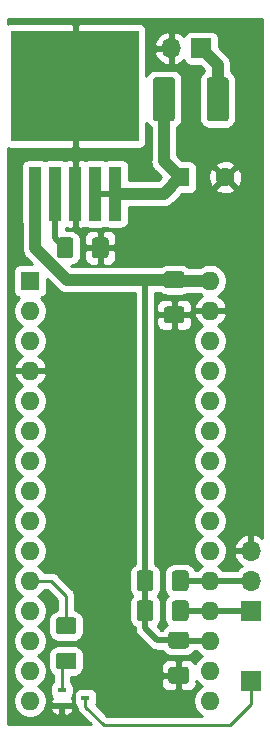
<source format=gbr>
G04 #@! TF.GenerationSoftware,KiCad,Pcbnew,(5.1.9)-1*
G04 #@! TF.CreationDate,2021-02-27T14:39:48+01:00*
G04 #@! TF.ProjectId,SteeringWheelInterface,53746565-7269-46e6-9757-6865656c496e,rev?*
G04 #@! TF.SameCoordinates,Original*
G04 #@! TF.FileFunction,Copper,L1,Top*
G04 #@! TF.FilePolarity,Positive*
%FSLAX46Y46*%
G04 Gerber Fmt 4.6, Leading zero omitted, Abs format (unit mm)*
G04 Created by KiCad (PCBNEW (5.1.9)-1) date 2021-02-27 14:39:48*
%MOMM*%
%LPD*%
G01*
G04 APERTURE LIST*
G04 #@! TA.AperFunction,SMDPad,CuDef*
%ADD10R,0.700000X0.450000*%
G04 #@! TD*
G04 #@! TA.AperFunction,SMDPad,CuDef*
%ADD11R,10.800000X9.400000*%
G04 #@! TD*
G04 #@! TA.AperFunction,SMDPad,CuDef*
%ADD12R,1.100000X4.600000*%
G04 #@! TD*
G04 #@! TA.AperFunction,ComponentPad*
%ADD13R,1.700000X1.700000*%
G04 #@! TD*
G04 #@! TA.AperFunction,ComponentPad*
%ADD14O,1.700000X1.700000*%
G04 #@! TD*
G04 #@! TA.AperFunction,ComponentPad*
%ADD15C,1.600000*%
G04 #@! TD*
G04 #@! TA.AperFunction,ComponentPad*
%ADD16R,1.600000X1.600000*%
G04 #@! TD*
G04 #@! TA.AperFunction,ComponentPad*
%ADD17O,1.600000X1.600000*%
G04 #@! TD*
G04 #@! TA.AperFunction,ViaPad*
%ADD18C,0.800000*%
G04 #@! TD*
G04 #@! TA.AperFunction,Conductor*
%ADD19C,0.500000*%
G04 #@! TD*
G04 #@! TA.AperFunction,Conductor*
%ADD20C,1.000000*%
G04 #@! TD*
G04 #@! TA.AperFunction,Conductor*
%ADD21C,0.250000*%
G04 #@! TD*
G04 #@! TA.AperFunction,Conductor*
%ADD22C,0.254000*%
G04 #@! TD*
G04 #@! TA.AperFunction,Conductor*
%ADD23C,0.100000*%
G04 #@! TD*
G04 APERTURE END LIST*
G04 #@! TA.AperFunction,SMDPad,CuDef*
G36*
G01*
X123053000Y-103582500D02*
X121803000Y-103582500D01*
G75*
G02*
X121553000Y-103332500I0J250000D01*
G01*
X121553000Y-102407500D01*
G75*
G02*
X121803000Y-102157500I250000J0D01*
G01*
X123053000Y-102157500D01*
G75*
G02*
X123303000Y-102407500I0J-250000D01*
G01*
X123303000Y-103332500D01*
G75*
G02*
X123053000Y-103582500I-250000J0D01*
G01*
G37*
G04 #@! TD.AperFunction*
G04 #@! TA.AperFunction,SMDPad,CuDef*
G36*
G01*
X123053000Y-106557500D02*
X121803000Y-106557500D01*
G75*
G02*
X121553000Y-106307500I0J250000D01*
G01*
X121553000Y-105382500D01*
G75*
G02*
X121803000Y-105132500I250000J0D01*
G01*
X123053000Y-105132500D01*
G75*
G02*
X123303000Y-105382500I0J-250000D01*
G01*
X123303000Y-106307500D01*
G75*
G02*
X123053000Y-106557500I-250000J0D01*
G01*
G37*
G04 #@! TD.AperFunction*
D10*
X124063000Y-108966000D03*
X122063000Y-109616000D03*
X122063000Y-108316000D03*
G04 #@! TA.AperFunction,SMDPad,CuDef*
G36*
G01*
X134330000Y-59918001D02*
X134330000Y-56667999D01*
G75*
G02*
X134579999Y-56418000I249999J0D01*
G01*
X135930001Y-56418000D01*
G75*
G02*
X136180000Y-56667999I0J-249999D01*
G01*
X136180000Y-59918001D01*
G75*
G02*
X135930001Y-60168000I-249999J0D01*
G01*
X134579999Y-60168000D01*
G75*
G02*
X134330000Y-59918001I0J249999D01*
G01*
G37*
G04 #@! TD.AperFunction*
G04 #@! TA.AperFunction,SMDPad,CuDef*
G36*
G01*
X129780000Y-59918001D02*
X129780000Y-56667999D01*
G75*
G02*
X130029999Y-56418000I249999J0D01*
G01*
X131380001Y-56418000D01*
G75*
G02*
X131630000Y-56667999I0J-249999D01*
G01*
X131630000Y-59918001D01*
G75*
G02*
X131380001Y-60168000I-249999J0D01*
G01*
X130029999Y-60168000D01*
G75*
G02*
X129780000Y-59918001I0J249999D01*
G01*
G37*
G04 #@! TD.AperFunction*
D11*
X123190000Y-57150000D03*
D12*
X126590000Y-66300000D03*
X124890000Y-66300000D03*
X123190000Y-66300000D03*
X121490000Y-66300000D03*
X119790000Y-66300000D03*
G04 #@! TA.AperFunction,SMDPad,CuDef*
G36*
G01*
X131367500Y-102225000D02*
X131367500Y-100975000D01*
G75*
G02*
X131617500Y-100725000I250000J0D01*
G01*
X132542500Y-100725000D01*
G75*
G02*
X132792500Y-100975000I0J-250000D01*
G01*
X132792500Y-102225000D01*
G75*
G02*
X132542500Y-102475000I-250000J0D01*
G01*
X131617500Y-102475000D01*
G75*
G02*
X131367500Y-102225000I0J250000D01*
G01*
G37*
G04 #@! TD.AperFunction*
G04 #@! TA.AperFunction,SMDPad,CuDef*
G36*
G01*
X128392500Y-102225000D02*
X128392500Y-100975000D01*
G75*
G02*
X128642500Y-100725000I250000J0D01*
G01*
X129567500Y-100725000D01*
G75*
G02*
X129817500Y-100975000I0J-250000D01*
G01*
X129817500Y-102225000D01*
G75*
G02*
X129567500Y-102475000I-250000J0D01*
G01*
X128642500Y-102475000D01*
G75*
G02*
X128392500Y-102225000I0J250000D01*
G01*
G37*
G04 #@! TD.AperFunction*
G04 #@! TA.AperFunction,SMDPad,CuDef*
G36*
G01*
X131367500Y-99685000D02*
X131367500Y-98435000D01*
G75*
G02*
X131617500Y-98185000I250000J0D01*
G01*
X132542500Y-98185000D01*
G75*
G02*
X132792500Y-98435000I0J-250000D01*
G01*
X132792500Y-99685000D01*
G75*
G02*
X132542500Y-99935000I-250000J0D01*
G01*
X131617500Y-99935000D01*
G75*
G02*
X131367500Y-99685000I0J250000D01*
G01*
G37*
G04 #@! TD.AperFunction*
G04 #@! TA.AperFunction,SMDPad,CuDef*
G36*
G01*
X128392500Y-99685000D02*
X128392500Y-98435000D01*
G75*
G02*
X128642500Y-98185000I250000J0D01*
G01*
X129567500Y-98185000D01*
G75*
G02*
X129817500Y-98435000I0J-250000D01*
G01*
X129817500Y-99685000D01*
G75*
G02*
X129567500Y-99935000I-250000J0D01*
G01*
X128642500Y-99935000D01*
G75*
G02*
X128392500Y-99685000I0J250000D01*
G01*
G37*
G04 #@! TD.AperFunction*
D13*
X138049000Y-107569000D03*
D14*
X138049000Y-96520000D03*
X138049000Y-99060000D03*
D13*
X138049000Y-101600000D03*
D14*
X131318000Y-53975000D03*
D13*
X133858000Y-53975000D03*
G04 #@! TA.AperFunction,SMDPad,CuDef*
G36*
G01*
X131328000Y-106348500D02*
X132578000Y-106348500D01*
G75*
G02*
X132828000Y-106598500I0J-250000D01*
G01*
X132828000Y-107523500D01*
G75*
G02*
X132578000Y-107773500I-250000J0D01*
G01*
X131328000Y-107773500D01*
G75*
G02*
X131078000Y-107523500I0J250000D01*
G01*
X131078000Y-106598500D01*
G75*
G02*
X131328000Y-106348500I250000J0D01*
G01*
G37*
G04 #@! TD.AperFunction*
G04 #@! TA.AperFunction,SMDPad,CuDef*
G36*
G01*
X131328000Y-103373500D02*
X132578000Y-103373500D01*
G75*
G02*
X132828000Y-103623500I0J-250000D01*
G01*
X132828000Y-104548500D01*
G75*
G02*
X132578000Y-104798500I-250000J0D01*
G01*
X131328000Y-104798500D01*
G75*
G02*
X131078000Y-104548500I0J250000D01*
G01*
X131078000Y-103623500D01*
G75*
G02*
X131328000Y-103373500I250000J0D01*
G01*
G37*
G04 #@! TD.AperFunction*
G04 #@! TA.AperFunction,SMDPad,CuDef*
G36*
G01*
X124600000Y-71491000D02*
X124600000Y-70241000D01*
G75*
G02*
X124850000Y-69991000I250000J0D01*
G01*
X125775000Y-69991000D01*
G75*
G02*
X126025000Y-70241000I0J-250000D01*
G01*
X126025000Y-71491000D01*
G75*
G02*
X125775000Y-71741000I-250000J0D01*
G01*
X124850000Y-71741000D01*
G75*
G02*
X124600000Y-71491000I0J250000D01*
G01*
G37*
G04 #@! TD.AperFunction*
G04 #@! TA.AperFunction,SMDPad,CuDef*
G36*
G01*
X121625000Y-71491000D02*
X121625000Y-70241000D01*
G75*
G02*
X121875000Y-69991000I250000J0D01*
G01*
X122800000Y-69991000D01*
G75*
G02*
X123050000Y-70241000I0J-250000D01*
G01*
X123050000Y-71491000D01*
G75*
G02*
X122800000Y-71741000I-250000J0D01*
G01*
X121875000Y-71741000D01*
G75*
G02*
X121625000Y-71491000I0J250000D01*
G01*
G37*
G04 #@! TD.AperFunction*
D15*
X135880000Y-64897000D03*
D16*
X132080000Y-64897000D03*
G04 #@! TA.AperFunction,SMDPad,CuDef*
G36*
G01*
X130947000Y-75832000D02*
X132197000Y-75832000D01*
G75*
G02*
X132447000Y-76082000I0J-250000D01*
G01*
X132447000Y-77007000D01*
G75*
G02*
X132197000Y-77257000I-250000J0D01*
G01*
X130947000Y-77257000D01*
G75*
G02*
X130697000Y-77007000I0J250000D01*
G01*
X130697000Y-76082000D01*
G75*
G02*
X130947000Y-75832000I250000J0D01*
G01*
G37*
G04 #@! TD.AperFunction*
G04 #@! TA.AperFunction,SMDPad,CuDef*
G36*
G01*
X130947000Y-72857000D02*
X132197000Y-72857000D01*
G75*
G02*
X132447000Y-73107000I0J-250000D01*
G01*
X132447000Y-74032000D01*
G75*
G02*
X132197000Y-74282000I-250000J0D01*
G01*
X130947000Y-74282000D01*
G75*
G02*
X130697000Y-74032000I0J250000D01*
G01*
X130697000Y-73107000D01*
G75*
G02*
X130947000Y-72857000I250000J0D01*
G01*
G37*
G04 #@! TD.AperFunction*
D17*
X134620000Y-109220000D03*
X119380000Y-109220000D03*
X134620000Y-73660000D03*
X119380000Y-106680000D03*
X134620000Y-76200000D03*
X119380000Y-104140000D03*
X134620000Y-78740000D03*
X119380000Y-101600000D03*
X134620000Y-81280000D03*
X119380000Y-99060000D03*
X134620000Y-83820000D03*
X119380000Y-96520000D03*
X134620000Y-86360000D03*
X119380000Y-93980000D03*
X134620000Y-88900000D03*
X119380000Y-91440000D03*
X134620000Y-91440000D03*
X119380000Y-88900000D03*
X134620000Y-93980000D03*
X119380000Y-86360000D03*
X134620000Y-96520000D03*
X119380000Y-83820000D03*
X134620000Y-99060000D03*
X119380000Y-81280000D03*
X134620000Y-101600000D03*
X119380000Y-78740000D03*
X134620000Y-104140000D03*
X119380000Y-76200000D03*
X134620000Y-106680000D03*
D16*
X119380000Y-73660000D03*
D18*
X128016000Y-60452000D03*
X128016000Y-59563000D03*
X128016000Y-58547000D03*
X128016000Y-57658000D03*
X128016000Y-56769000D03*
X128016000Y-55880000D03*
X128016000Y-54991000D03*
X128016000Y-53975000D03*
X118364000Y-60071000D03*
X118364000Y-59055000D03*
X118364000Y-58039000D03*
X118364000Y-57023000D03*
X118364000Y-56007000D03*
X118364000Y-54991000D03*
X118364000Y-53975000D03*
X128016000Y-61341000D03*
X118364000Y-61341000D03*
X128016000Y-52959000D03*
X118364000Y-52959000D03*
D19*
X129105000Y-99060000D02*
X129105000Y-101600000D01*
X132007000Y-104140000D02*
X131953000Y-104086000D01*
X134620000Y-104140000D02*
X132007000Y-104140000D01*
X129105000Y-101600000D02*
X129105000Y-103070000D01*
X130121000Y-104086000D02*
X131953000Y-104086000D01*
X129105000Y-103070000D02*
X130121000Y-104086000D01*
D20*
X131662500Y-73660000D02*
X131572000Y-73569500D01*
X134620000Y-73660000D02*
X131662500Y-73660000D01*
X119790000Y-66300000D02*
X119790000Y-70895000D01*
X119790000Y-70895000D02*
X122464500Y-73569500D01*
D19*
X129105000Y-73733000D02*
X128941500Y-73569500D01*
X129105000Y-99060000D02*
X129105000Y-73733000D01*
D20*
X128941500Y-73569500D02*
X131572000Y-73569500D01*
X122464500Y-73569500D02*
X128941500Y-73569500D01*
D21*
X122428000Y-102870000D02*
X122428000Y-100330000D01*
X121158000Y-99060000D02*
X119380000Y-99060000D01*
X122428000Y-100330000D02*
X121158000Y-99060000D01*
D20*
X130705000Y-63522000D02*
X132080000Y-64897000D01*
X130705000Y-58293000D02*
X130705000Y-63522000D01*
X130677000Y-66300000D02*
X132080000Y-64897000D01*
X126590000Y-66300000D02*
X130677000Y-66300000D01*
D19*
X126590000Y-66300000D02*
X124890000Y-66300000D01*
X121490000Y-70018500D02*
X122337500Y-70866000D01*
X121490000Y-66300000D02*
X121490000Y-70018500D01*
D20*
X135255000Y-55372000D02*
X133858000Y-53975000D01*
X135255000Y-58293000D02*
X135255000Y-55372000D01*
D19*
X134620000Y-99060000D02*
X132080000Y-99060000D01*
X138049000Y-99060000D02*
X134620000Y-99060000D01*
X134620000Y-101600000D02*
X132080000Y-101600000D01*
X138049000Y-101600000D02*
X134620000Y-101600000D01*
D21*
X138049000Y-107569000D02*
X138049000Y-109474000D01*
X138049000Y-109474000D02*
X136271000Y-111252000D01*
X124063000Y-108966000D02*
X124063000Y-109712000D01*
X124063000Y-109712000D02*
X125603000Y-111252000D01*
X125603000Y-111252000D02*
X136271000Y-111252000D01*
X122063000Y-106210000D02*
X122428000Y-105845000D01*
X122063000Y-108316000D02*
X122063000Y-106210000D01*
D22*
X139040001Y-95423655D02*
X138930355Y-95324822D01*
X138680252Y-95175843D01*
X138405891Y-95078519D01*
X138176000Y-95199186D01*
X138176000Y-96393000D01*
X138196000Y-96393000D01*
X138196000Y-96647000D01*
X138176000Y-96647000D01*
X138176000Y-96667000D01*
X137922000Y-96667000D01*
X137922000Y-96647000D01*
X136728845Y-96647000D01*
X136607524Y-96876890D01*
X136652175Y-97024099D01*
X136777359Y-97286920D01*
X136951412Y-97520269D01*
X137167645Y-97715178D01*
X137284534Y-97784805D01*
X137102368Y-97906525D01*
X136895525Y-98113368D01*
X136854344Y-98175000D01*
X135754521Y-98175000D01*
X135734637Y-98145241D01*
X135534759Y-97945363D01*
X135302241Y-97790000D01*
X135534759Y-97634637D01*
X135734637Y-97434759D01*
X135891680Y-97199727D01*
X135999853Y-96938574D01*
X136055000Y-96661335D01*
X136055000Y-96378665D01*
X136012123Y-96163110D01*
X136607524Y-96163110D01*
X136728845Y-96393000D01*
X137922000Y-96393000D01*
X137922000Y-95199186D01*
X137692109Y-95078519D01*
X137417748Y-95175843D01*
X137167645Y-95324822D01*
X136951412Y-95519731D01*
X136777359Y-95753080D01*
X136652175Y-96015901D01*
X136607524Y-96163110D01*
X136012123Y-96163110D01*
X135999853Y-96101426D01*
X135891680Y-95840273D01*
X135734637Y-95605241D01*
X135534759Y-95405363D01*
X135302241Y-95250000D01*
X135534759Y-95094637D01*
X135734637Y-94894759D01*
X135891680Y-94659727D01*
X135999853Y-94398574D01*
X136055000Y-94121335D01*
X136055000Y-93838665D01*
X135999853Y-93561426D01*
X135891680Y-93300273D01*
X135734637Y-93065241D01*
X135534759Y-92865363D01*
X135302241Y-92710000D01*
X135534759Y-92554637D01*
X135734637Y-92354759D01*
X135891680Y-92119727D01*
X135999853Y-91858574D01*
X136055000Y-91581335D01*
X136055000Y-91298665D01*
X135999853Y-91021426D01*
X135891680Y-90760273D01*
X135734637Y-90525241D01*
X135534759Y-90325363D01*
X135302241Y-90170000D01*
X135534759Y-90014637D01*
X135734637Y-89814759D01*
X135891680Y-89579727D01*
X135999853Y-89318574D01*
X136055000Y-89041335D01*
X136055000Y-88758665D01*
X135999853Y-88481426D01*
X135891680Y-88220273D01*
X135734637Y-87985241D01*
X135534759Y-87785363D01*
X135302241Y-87630000D01*
X135534759Y-87474637D01*
X135734637Y-87274759D01*
X135891680Y-87039727D01*
X135999853Y-86778574D01*
X136055000Y-86501335D01*
X136055000Y-86218665D01*
X135999853Y-85941426D01*
X135891680Y-85680273D01*
X135734637Y-85445241D01*
X135534759Y-85245363D01*
X135302241Y-85090000D01*
X135534759Y-84934637D01*
X135734637Y-84734759D01*
X135891680Y-84499727D01*
X135999853Y-84238574D01*
X136055000Y-83961335D01*
X136055000Y-83678665D01*
X135999853Y-83401426D01*
X135891680Y-83140273D01*
X135734637Y-82905241D01*
X135534759Y-82705363D01*
X135302241Y-82550000D01*
X135534759Y-82394637D01*
X135734637Y-82194759D01*
X135891680Y-81959727D01*
X135999853Y-81698574D01*
X136055000Y-81421335D01*
X136055000Y-81138665D01*
X135999853Y-80861426D01*
X135891680Y-80600273D01*
X135734637Y-80365241D01*
X135534759Y-80165363D01*
X135302241Y-80010000D01*
X135534759Y-79854637D01*
X135734637Y-79654759D01*
X135891680Y-79419727D01*
X135999853Y-79158574D01*
X136055000Y-78881335D01*
X136055000Y-78598665D01*
X135999853Y-78321426D01*
X135891680Y-78060273D01*
X135734637Y-77825241D01*
X135534759Y-77625363D01*
X135299727Y-77468320D01*
X135289135Y-77463933D01*
X135475131Y-77352385D01*
X135683519Y-77163414D01*
X135851037Y-76937420D01*
X135971246Y-76683087D01*
X136011904Y-76549039D01*
X135889915Y-76327000D01*
X134747000Y-76327000D01*
X134747000Y-76347000D01*
X134493000Y-76347000D01*
X134493000Y-76327000D01*
X133350085Y-76327000D01*
X133228096Y-76549039D01*
X133268754Y-76683087D01*
X133388963Y-76937420D01*
X133556481Y-77163414D01*
X133764869Y-77352385D01*
X133950865Y-77463933D01*
X133940273Y-77468320D01*
X133705241Y-77625363D01*
X133505363Y-77825241D01*
X133348320Y-78060273D01*
X133240147Y-78321426D01*
X133185000Y-78598665D01*
X133185000Y-78881335D01*
X133240147Y-79158574D01*
X133348320Y-79419727D01*
X133505363Y-79654759D01*
X133705241Y-79854637D01*
X133937759Y-80010000D01*
X133705241Y-80165363D01*
X133505363Y-80365241D01*
X133348320Y-80600273D01*
X133240147Y-80861426D01*
X133185000Y-81138665D01*
X133185000Y-81421335D01*
X133240147Y-81698574D01*
X133348320Y-81959727D01*
X133505363Y-82194759D01*
X133705241Y-82394637D01*
X133937759Y-82550000D01*
X133705241Y-82705363D01*
X133505363Y-82905241D01*
X133348320Y-83140273D01*
X133240147Y-83401426D01*
X133185000Y-83678665D01*
X133185000Y-83961335D01*
X133240147Y-84238574D01*
X133348320Y-84499727D01*
X133505363Y-84734759D01*
X133705241Y-84934637D01*
X133937759Y-85090000D01*
X133705241Y-85245363D01*
X133505363Y-85445241D01*
X133348320Y-85680273D01*
X133240147Y-85941426D01*
X133185000Y-86218665D01*
X133185000Y-86501335D01*
X133240147Y-86778574D01*
X133348320Y-87039727D01*
X133505363Y-87274759D01*
X133705241Y-87474637D01*
X133937759Y-87630000D01*
X133705241Y-87785363D01*
X133505363Y-87985241D01*
X133348320Y-88220273D01*
X133240147Y-88481426D01*
X133185000Y-88758665D01*
X133185000Y-89041335D01*
X133240147Y-89318574D01*
X133348320Y-89579727D01*
X133505363Y-89814759D01*
X133705241Y-90014637D01*
X133937759Y-90170000D01*
X133705241Y-90325363D01*
X133505363Y-90525241D01*
X133348320Y-90760273D01*
X133240147Y-91021426D01*
X133185000Y-91298665D01*
X133185000Y-91581335D01*
X133240147Y-91858574D01*
X133348320Y-92119727D01*
X133505363Y-92354759D01*
X133705241Y-92554637D01*
X133937759Y-92710000D01*
X133705241Y-92865363D01*
X133505363Y-93065241D01*
X133348320Y-93300273D01*
X133240147Y-93561426D01*
X133185000Y-93838665D01*
X133185000Y-94121335D01*
X133240147Y-94398574D01*
X133348320Y-94659727D01*
X133505363Y-94894759D01*
X133705241Y-95094637D01*
X133937759Y-95250000D01*
X133705241Y-95405363D01*
X133505363Y-95605241D01*
X133348320Y-95840273D01*
X133240147Y-96101426D01*
X133185000Y-96378665D01*
X133185000Y-96661335D01*
X133240147Y-96938574D01*
X133348320Y-97199727D01*
X133505363Y-97434759D01*
X133705241Y-97634637D01*
X133937759Y-97790000D01*
X133705241Y-97945363D01*
X133505363Y-98145241D01*
X133485479Y-98175000D01*
X133387194Y-98175000D01*
X133362972Y-98095150D01*
X133280905Y-97941614D01*
X133170462Y-97807038D01*
X133035886Y-97696595D01*
X132882350Y-97614528D01*
X132715754Y-97563992D01*
X132542500Y-97546928D01*
X131617500Y-97546928D01*
X131444246Y-97563992D01*
X131277650Y-97614528D01*
X131124114Y-97696595D01*
X130989538Y-97807038D01*
X130879095Y-97941614D01*
X130797028Y-98095150D01*
X130746492Y-98261746D01*
X130729428Y-98435000D01*
X130729428Y-99685000D01*
X130746492Y-99858254D01*
X130797028Y-100024850D01*
X130879095Y-100178386D01*
X130989538Y-100312962D01*
X131010299Y-100330000D01*
X130989538Y-100347038D01*
X130879095Y-100481614D01*
X130797028Y-100635150D01*
X130746492Y-100801746D01*
X130729428Y-100975000D01*
X130729428Y-102225000D01*
X130746492Y-102398254D01*
X130797028Y-102564850D01*
X130879095Y-102718386D01*
X130960630Y-102817738D01*
X130834614Y-102885095D01*
X130700038Y-102995538D01*
X130589595Y-103130114D01*
X130551706Y-103201000D01*
X130487579Y-103201000D01*
X130164747Y-102878169D01*
X130195462Y-102852962D01*
X130305905Y-102718386D01*
X130387972Y-102564850D01*
X130438508Y-102398254D01*
X130455572Y-102225000D01*
X130455572Y-100975000D01*
X130438508Y-100801746D01*
X130387972Y-100635150D01*
X130305905Y-100481614D01*
X130195462Y-100347038D01*
X130174701Y-100330000D01*
X130195462Y-100312962D01*
X130305905Y-100178386D01*
X130387972Y-100024850D01*
X130438508Y-99858254D01*
X130455572Y-99685000D01*
X130455572Y-98435000D01*
X130438508Y-98261746D01*
X130387972Y-98095150D01*
X130305905Y-97941614D01*
X130195462Y-97807038D01*
X130060886Y-97696595D01*
X129990000Y-97658706D01*
X129990000Y-77257000D01*
X130058928Y-77257000D01*
X130071188Y-77381482D01*
X130107498Y-77501180D01*
X130166463Y-77611494D01*
X130245815Y-77708185D01*
X130342506Y-77787537D01*
X130452820Y-77846502D01*
X130572518Y-77882812D01*
X130697000Y-77895072D01*
X131286250Y-77892000D01*
X131445000Y-77733250D01*
X131445000Y-76671500D01*
X131699000Y-76671500D01*
X131699000Y-77733250D01*
X131857750Y-77892000D01*
X132447000Y-77895072D01*
X132571482Y-77882812D01*
X132691180Y-77846502D01*
X132801494Y-77787537D01*
X132898185Y-77708185D01*
X132977537Y-77611494D01*
X133036502Y-77501180D01*
X133072812Y-77381482D01*
X133085072Y-77257000D01*
X133082000Y-76830250D01*
X132923250Y-76671500D01*
X131699000Y-76671500D01*
X131445000Y-76671500D01*
X130220750Y-76671500D01*
X130062000Y-76830250D01*
X130058928Y-77257000D01*
X129990000Y-77257000D01*
X129990000Y-75832000D01*
X130058928Y-75832000D01*
X130062000Y-76258750D01*
X130220750Y-76417500D01*
X131445000Y-76417500D01*
X131445000Y-75355750D01*
X131699000Y-75355750D01*
X131699000Y-76417500D01*
X132923250Y-76417500D01*
X133082000Y-76258750D01*
X133085072Y-75832000D01*
X133072812Y-75707518D01*
X133036502Y-75587820D01*
X132977537Y-75477506D01*
X132898185Y-75380815D01*
X132801494Y-75301463D01*
X132691180Y-75242498D01*
X132571482Y-75206188D01*
X132447000Y-75193928D01*
X131857750Y-75197000D01*
X131699000Y-75355750D01*
X131445000Y-75355750D01*
X131286250Y-75197000D01*
X130697000Y-75193928D01*
X130572518Y-75206188D01*
X130452820Y-75242498D01*
X130342506Y-75301463D01*
X130245815Y-75380815D01*
X130166463Y-75477506D01*
X130107498Y-75587820D01*
X130071188Y-75707518D01*
X130058928Y-75832000D01*
X129990000Y-75832000D01*
X129990000Y-74704500D01*
X130373308Y-74704500D01*
X130453614Y-74770405D01*
X130607150Y-74852472D01*
X130773746Y-74903008D01*
X130947000Y-74920072D01*
X132197000Y-74920072D01*
X132370254Y-74903008D01*
X132536850Y-74852472D01*
X132644372Y-74795000D01*
X133735716Y-74795000D01*
X133940273Y-74931680D01*
X133950865Y-74936067D01*
X133764869Y-75047615D01*
X133556481Y-75236586D01*
X133388963Y-75462580D01*
X133268754Y-75716913D01*
X133228096Y-75850961D01*
X133350085Y-76073000D01*
X134493000Y-76073000D01*
X134493000Y-76053000D01*
X134747000Y-76053000D01*
X134747000Y-76073000D01*
X135889915Y-76073000D01*
X136011904Y-75850961D01*
X135971246Y-75716913D01*
X135851037Y-75462580D01*
X135683519Y-75236586D01*
X135475131Y-75047615D01*
X135289135Y-74936067D01*
X135299727Y-74931680D01*
X135534759Y-74774637D01*
X135734637Y-74574759D01*
X135891680Y-74339727D01*
X135999853Y-74078574D01*
X136055000Y-73801335D01*
X136055000Y-73518665D01*
X135999853Y-73241426D01*
X135891680Y-72980273D01*
X135734637Y-72745241D01*
X135534759Y-72545363D01*
X135299727Y-72388320D01*
X135038574Y-72280147D01*
X134761335Y-72225000D01*
X134478665Y-72225000D01*
X134201426Y-72280147D01*
X133940273Y-72388320D01*
X133735716Y-72525000D01*
X132862682Y-72525000D01*
X132824962Y-72479038D01*
X132690386Y-72368595D01*
X132536850Y-72286528D01*
X132370254Y-72235992D01*
X132197000Y-72218928D01*
X130947000Y-72218928D01*
X130773746Y-72235992D01*
X130607150Y-72286528D01*
X130453614Y-72368595D01*
X130373308Y-72434500D01*
X122934632Y-72434500D01*
X122872102Y-72371971D01*
X122973254Y-72362008D01*
X123139850Y-72311472D01*
X123293386Y-72229405D01*
X123427962Y-72118962D01*
X123538405Y-71984386D01*
X123620472Y-71830850D01*
X123647727Y-71741000D01*
X123961928Y-71741000D01*
X123974188Y-71865482D01*
X124010498Y-71985180D01*
X124069463Y-72095494D01*
X124148815Y-72192185D01*
X124245506Y-72271537D01*
X124355820Y-72330502D01*
X124475518Y-72366812D01*
X124600000Y-72379072D01*
X125026750Y-72376000D01*
X125185500Y-72217250D01*
X125185500Y-70993000D01*
X125439500Y-70993000D01*
X125439500Y-72217250D01*
X125598250Y-72376000D01*
X126025000Y-72379072D01*
X126149482Y-72366812D01*
X126269180Y-72330502D01*
X126379494Y-72271537D01*
X126476185Y-72192185D01*
X126555537Y-72095494D01*
X126614502Y-71985180D01*
X126650812Y-71865482D01*
X126663072Y-71741000D01*
X126660000Y-71151750D01*
X126501250Y-70993000D01*
X125439500Y-70993000D01*
X125185500Y-70993000D01*
X124123750Y-70993000D01*
X123965000Y-71151750D01*
X123961928Y-71741000D01*
X123647727Y-71741000D01*
X123671008Y-71664254D01*
X123688072Y-71491000D01*
X123688072Y-70241000D01*
X123671008Y-70067746D01*
X123647728Y-69991000D01*
X123961928Y-69991000D01*
X123965000Y-70580250D01*
X124123750Y-70739000D01*
X125185500Y-70739000D01*
X125185500Y-69514750D01*
X125439500Y-69514750D01*
X125439500Y-70739000D01*
X126501250Y-70739000D01*
X126660000Y-70580250D01*
X126663072Y-69991000D01*
X126650812Y-69866518D01*
X126614502Y-69746820D01*
X126555537Y-69636506D01*
X126476185Y-69539815D01*
X126379494Y-69460463D01*
X126269180Y-69401498D01*
X126149482Y-69365188D01*
X126025000Y-69352928D01*
X125598250Y-69356000D01*
X125439500Y-69514750D01*
X125185500Y-69514750D01*
X125026750Y-69356000D01*
X124600000Y-69352928D01*
X124475518Y-69365188D01*
X124355820Y-69401498D01*
X124245506Y-69460463D01*
X124148815Y-69539815D01*
X124069463Y-69636506D01*
X124010498Y-69746820D01*
X123974188Y-69866518D01*
X123961928Y-69991000D01*
X123647728Y-69991000D01*
X123620472Y-69901150D01*
X123538405Y-69747614D01*
X123427962Y-69613038D01*
X123293386Y-69502595D01*
X123139850Y-69420528D01*
X122973254Y-69369992D01*
X122800000Y-69352928D01*
X122375000Y-69352928D01*
X122375000Y-69178373D01*
X122395820Y-69189502D01*
X122515518Y-69225812D01*
X122640000Y-69238072D01*
X122904250Y-69235000D01*
X123063000Y-69076250D01*
X123063000Y-66427000D01*
X123043000Y-66427000D01*
X123043000Y-66173000D01*
X123063000Y-66173000D01*
X123063000Y-63523750D01*
X122904250Y-63365000D01*
X122640000Y-63361928D01*
X122515518Y-63374188D01*
X122395820Y-63410498D01*
X122340000Y-63440335D01*
X122284180Y-63410498D01*
X122164482Y-63374188D01*
X122040000Y-63361928D01*
X120940000Y-63361928D01*
X120815518Y-63374188D01*
X120695820Y-63410498D01*
X120640000Y-63440335D01*
X120584180Y-63410498D01*
X120464482Y-63374188D01*
X120340000Y-63361928D01*
X119240000Y-63361928D01*
X119115518Y-63374188D01*
X118995820Y-63410498D01*
X118885506Y-63469463D01*
X118788815Y-63548815D01*
X118709463Y-63645506D01*
X118650498Y-63755820D01*
X118614188Y-63875518D01*
X118601928Y-64000000D01*
X118601928Y-68600000D01*
X118614188Y-68724482D01*
X118650498Y-68844180D01*
X118655001Y-68852604D01*
X118655001Y-70839239D01*
X118649509Y-70895000D01*
X118671423Y-71117498D01*
X118736324Y-71331446D01*
X118736325Y-71331447D01*
X118841717Y-71528623D01*
X118983552Y-71701449D01*
X119026860Y-71736991D01*
X119511797Y-72221928D01*
X118580000Y-72221928D01*
X118455518Y-72234188D01*
X118335820Y-72270498D01*
X118225506Y-72329463D01*
X118128815Y-72408815D01*
X118049463Y-72505506D01*
X117990498Y-72615820D01*
X117954188Y-72735518D01*
X117941928Y-72860000D01*
X117941928Y-74460000D01*
X117954188Y-74584482D01*
X117990498Y-74704180D01*
X118049463Y-74814494D01*
X118128815Y-74911185D01*
X118225506Y-74990537D01*
X118335820Y-75049502D01*
X118455518Y-75085812D01*
X118463961Y-75086643D01*
X118265363Y-75285241D01*
X118108320Y-75520273D01*
X118000147Y-75781426D01*
X117945000Y-76058665D01*
X117945000Y-76341335D01*
X118000147Y-76618574D01*
X118108320Y-76879727D01*
X118265363Y-77114759D01*
X118465241Y-77314637D01*
X118697759Y-77470000D01*
X118465241Y-77625363D01*
X118265363Y-77825241D01*
X118108320Y-78060273D01*
X118000147Y-78321426D01*
X117945000Y-78598665D01*
X117945000Y-78881335D01*
X118000147Y-79158574D01*
X118108320Y-79419727D01*
X118265363Y-79654759D01*
X118465241Y-79854637D01*
X118700273Y-80011680D01*
X118710865Y-80016067D01*
X118524869Y-80127615D01*
X118316481Y-80316586D01*
X118148963Y-80542580D01*
X118028754Y-80796913D01*
X117988096Y-80930961D01*
X118110085Y-81153000D01*
X119253000Y-81153000D01*
X119253000Y-81133000D01*
X119507000Y-81133000D01*
X119507000Y-81153000D01*
X120649915Y-81153000D01*
X120771904Y-80930961D01*
X120731246Y-80796913D01*
X120611037Y-80542580D01*
X120443519Y-80316586D01*
X120235131Y-80127615D01*
X120049135Y-80016067D01*
X120059727Y-80011680D01*
X120294759Y-79854637D01*
X120494637Y-79654759D01*
X120651680Y-79419727D01*
X120759853Y-79158574D01*
X120815000Y-78881335D01*
X120815000Y-78598665D01*
X120759853Y-78321426D01*
X120651680Y-78060273D01*
X120494637Y-77825241D01*
X120294759Y-77625363D01*
X120062241Y-77470000D01*
X120294759Y-77314637D01*
X120494637Y-77114759D01*
X120651680Y-76879727D01*
X120759853Y-76618574D01*
X120815000Y-76341335D01*
X120815000Y-76058665D01*
X120759853Y-75781426D01*
X120651680Y-75520273D01*
X120494637Y-75285241D01*
X120296039Y-75086643D01*
X120304482Y-75085812D01*
X120424180Y-75049502D01*
X120534494Y-74990537D01*
X120631185Y-74911185D01*
X120710537Y-74814494D01*
X120769502Y-74704180D01*
X120805812Y-74584482D01*
X120818072Y-74460000D01*
X120818072Y-73528204D01*
X121622509Y-74332641D01*
X121658051Y-74375949D01*
X121830877Y-74517784D01*
X122028053Y-74623176D01*
X122192205Y-74672971D01*
X122242000Y-74688077D01*
X122262993Y-74690144D01*
X122408748Y-74704500D01*
X122408755Y-74704500D01*
X122464499Y-74709990D01*
X122520243Y-74704500D01*
X128220001Y-74704500D01*
X128220000Y-97658705D01*
X128149114Y-97696595D01*
X128014538Y-97807038D01*
X127904095Y-97941614D01*
X127822028Y-98095150D01*
X127771492Y-98261746D01*
X127754428Y-98435000D01*
X127754428Y-99685000D01*
X127771492Y-99858254D01*
X127822028Y-100024850D01*
X127904095Y-100178386D01*
X128014538Y-100312962D01*
X128035299Y-100330000D01*
X128014538Y-100347038D01*
X127904095Y-100481614D01*
X127822028Y-100635150D01*
X127771492Y-100801746D01*
X127754428Y-100975000D01*
X127754428Y-102225000D01*
X127771492Y-102398254D01*
X127822028Y-102564850D01*
X127904095Y-102718386D01*
X128014538Y-102852962D01*
X128149114Y-102963405D01*
X128220001Y-103001295D01*
X128220001Y-103026521D01*
X128215719Y-103070000D01*
X128232805Y-103243490D01*
X128283412Y-103410313D01*
X128365590Y-103564059D01*
X128448468Y-103665046D01*
X128448471Y-103665049D01*
X128476184Y-103698817D01*
X128509951Y-103726529D01*
X129464470Y-104681049D01*
X129492183Y-104714817D01*
X129525951Y-104742530D01*
X129525953Y-104742532D01*
X129591752Y-104796532D01*
X129626941Y-104825411D01*
X129780687Y-104907589D01*
X129896903Y-104942843D01*
X129947509Y-104958195D01*
X129962306Y-104959652D01*
X130077523Y-104971000D01*
X130077531Y-104971000D01*
X130121000Y-104975281D01*
X130164469Y-104971000D01*
X130551706Y-104971000D01*
X130589595Y-105041886D01*
X130700038Y-105176462D01*
X130834614Y-105286905D01*
X130988150Y-105368972D01*
X131154746Y-105419508D01*
X131328000Y-105436572D01*
X132578000Y-105436572D01*
X132751254Y-105419508D01*
X132917850Y-105368972D01*
X133071386Y-105286905D01*
X133205962Y-105176462D01*
X133316405Y-105041886D01*
X133325431Y-105025000D01*
X133485479Y-105025000D01*
X133505363Y-105054759D01*
X133705241Y-105254637D01*
X133937759Y-105410000D01*
X133705241Y-105565363D01*
X133505363Y-105765241D01*
X133355213Y-105989956D01*
X133279185Y-105897315D01*
X133182494Y-105817963D01*
X133072180Y-105758998D01*
X132952482Y-105722688D01*
X132828000Y-105710428D01*
X132238750Y-105713500D01*
X132080000Y-105872250D01*
X132080000Y-106934000D01*
X132100000Y-106934000D01*
X132100000Y-107188000D01*
X132080000Y-107188000D01*
X132080000Y-108249750D01*
X132238750Y-108408500D01*
X132828000Y-108411572D01*
X132952482Y-108399312D01*
X133072180Y-108363002D01*
X133182494Y-108304037D01*
X133279185Y-108224685D01*
X133358537Y-108127994D01*
X133417502Y-108017680D01*
X133453812Y-107897982D01*
X133466072Y-107773500D01*
X133464343Y-107533369D01*
X133505363Y-107594759D01*
X133705241Y-107794637D01*
X133937759Y-107950000D01*
X133705241Y-108105363D01*
X133505363Y-108305241D01*
X133348320Y-108540273D01*
X133240147Y-108801426D01*
X133185000Y-109078665D01*
X133185000Y-109361335D01*
X133240147Y-109638574D01*
X133348320Y-109899727D01*
X133505363Y-110134759D01*
X133705241Y-110334637D01*
X133940273Y-110491680D01*
X133941046Y-110492000D01*
X125917802Y-110492000D01*
X124953206Y-109527405D01*
X125002502Y-109435180D01*
X125038812Y-109315482D01*
X125051072Y-109191000D01*
X125051072Y-108741000D01*
X125038812Y-108616518D01*
X125002502Y-108496820D01*
X124943537Y-108386506D01*
X124864185Y-108289815D01*
X124767494Y-108210463D01*
X124657180Y-108151498D01*
X124537482Y-108115188D01*
X124413000Y-108102928D01*
X123713000Y-108102928D01*
X123588518Y-108115188D01*
X123468820Y-108151498D01*
X123358506Y-108210463D01*
X123261815Y-108289815D01*
X123182463Y-108386506D01*
X123123498Y-108496820D01*
X123087188Y-108616518D01*
X123074928Y-108741000D01*
X123074928Y-109191000D01*
X123087188Y-109315482D01*
X123123498Y-109435180D01*
X123182463Y-109545494D01*
X123261815Y-109642185D01*
X123302881Y-109675887D01*
X123299324Y-109712000D01*
X123303000Y-109749322D01*
X123303000Y-109749333D01*
X123313997Y-109860986D01*
X123342317Y-109954345D01*
X123357454Y-110004246D01*
X123428026Y-110136276D01*
X123486896Y-110208008D01*
X123523000Y-110252001D01*
X123551998Y-110275799D01*
X124503198Y-111227000D01*
X117500000Y-111227000D01*
X117500000Y-83678665D01*
X117945000Y-83678665D01*
X117945000Y-83961335D01*
X118000147Y-84238574D01*
X118108320Y-84499727D01*
X118265363Y-84734759D01*
X118465241Y-84934637D01*
X118697759Y-85090000D01*
X118465241Y-85245363D01*
X118265363Y-85445241D01*
X118108320Y-85680273D01*
X118000147Y-85941426D01*
X117945000Y-86218665D01*
X117945000Y-86501335D01*
X118000147Y-86778574D01*
X118108320Y-87039727D01*
X118265363Y-87274759D01*
X118465241Y-87474637D01*
X118697759Y-87630000D01*
X118465241Y-87785363D01*
X118265363Y-87985241D01*
X118108320Y-88220273D01*
X118000147Y-88481426D01*
X117945000Y-88758665D01*
X117945000Y-89041335D01*
X118000147Y-89318574D01*
X118108320Y-89579727D01*
X118265363Y-89814759D01*
X118465241Y-90014637D01*
X118697759Y-90170000D01*
X118465241Y-90325363D01*
X118265363Y-90525241D01*
X118108320Y-90760273D01*
X118000147Y-91021426D01*
X117945000Y-91298665D01*
X117945000Y-91581335D01*
X118000147Y-91858574D01*
X118108320Y-92119727D01*
X118265363Y-92354759D01*
X118465241Y-92554637D01*
X118697759Y-92710000D01*
X118465241Y-92865363D01*
X118265363Y-93065241D01*
X118108320Y-93300273D01*
X118000147Y-93561426D01*
X117945000Y-93838665D01*
X117945000Y-94121335D01*
X118000147Y-94398574D01*
X118108320Y-94659727D01*
X118265363Y-94894759D01*
X118465241Y-95094637D01*
X118697759Y-95250000D01*
X118465241Y-95405363D01*
X118265363Y-95605241D01*
X118108320Y-95840273D01*
X118000147Y-96101426D01*
X117945000Y-96378665D01*
X117945000Y-96661335D01*
X118000147Y-96938574D01*
X118108320Y-97199727D01*
X118265363Y-97434759D01*
X118465241Y-97634637D01*
X118697759Y-97790000D01*
X118465241Y-97945363D01*
X118265363Y-98145241D01*
X118108320Y-98380273D01*
X118000147Y-98641426D01*
X117945000Y-98918665D01*
X117945000Y-99201335D01*
X118000147Y-99478574D01*
X118108320Y-99739727D01*
X118265363Y-99974759D01*
X118465241Y-100174637D01*
X118697759Y-100330000D01*
X118465241Y-100485363D01*
X118265363Y-100685241D01*
X118108320Y-100920273D01*
X118000147Y-101181426D01*
X117945000Y-101458665D01*
X117945000Y-101741335D01*
X118000147Y-102018574D01*
X118108320Y-102279727D01*
X118265363Y-102514759D01*
X118465241Y-102714637D01*
X118697759Y-102870000D01*
X118465241Y-103025363D01*
X118265363Y-103225241D01*
X118108320Y-103460273D01*
X118000147Y-103721426D01*
X117945000Y-103998665D01*
X117945000Y-104281335D01*
X118000147Y-104558574D01*
X118108320Y-104819727D01*
X118265363Y-105054759D01*
X118465241Y-105254637D01*
X118697759Y-105410000D01*
X118465241Y-105565363D01*
X118265363Y-105765241D01*
X118108320Y-106000273D01*
X118000147Y-106261426D01*
X117945000Y-106538665D01*
X117945000Y-106821335D01*
X118000147Y-107098574D01*
X118108320Y-107359727D01*
X118265363Y-107594759D01*
X118465241Y-107794637D01*
X118697759Y-107950000D01*
X118465241Y-108105363D01*
X118265363Y-108305241D01*
X118108320Y-108540273D01*
X118000147Y-108801426D01*
X117945000Y-109078665D01*
X117945000Y-109361335D01*
X118000147Y-109638574D01*
X118108320Y-109899727D01*
X118265363Y-110134759D01*
X118465241Y-110334637D01*
X118700273Y-110491680D01*
X118961426Y-110599853D01*
X119238665Y-110655000D01*
X119521335Y-110655000D01*
X119798574Y-110599853D01*
X120059727Y-110491680D01*
X120294759Y-110334637D01*
X120494637Y-110134759D01*
X120651680Y-109899727D01*
X120662854Y-109872750D01*
X121078000Y-109872750D01*
X121090325Y-109980326D01*
X121129471Y-110099127D01*
X121191041Y-110208008D01*
X121272670Y-110302785D01*
X121371220Y-110379816D01*
X121482905Y-110436141D01*
X121603433Y-110469594D01*
X121728171Y-110478892D01*
X121777250Y-110476000D01*
X121936000Y-110317250D01*
X121936000Y-109714000D01*
X122190000Y-109714000D01*
X122190000Y-110317250D01*
X122348750Y-110476000D01*
X122397829Y-110478892D01*
X122522567Y-110469594D01*
X122643095Y-110436141D01*
X122754780Y-110379816D01*
X122853330Y-110302785D01*
X122934959Y-110208008D01*
X122996529Y-110099127D01*
X123035675Y-109980326D01*
X123048000Y-109872750D01*
X122889250Y-109714000D01*
X122190000Y-109714000D01*
X121936000Y-109714000D01*
X121236750Y-109714000D01*
X121078000Y-109872750D01*
X120662854Y-109872750D01*
X120759853Y-109638574D01*
X120815000Y-109361335D01*
X120815000Y-109078665D01*
X120759853Y-108801426D01*
X120651680Y-108540273D01*
X120494637Y-108305241D01*
X120294759Y-108105363D01*
X120062241Y-107950000D01*
X120294759Y-107794637D01*
X120494637Y-107594759D01*
X120651680Y-107359727D01*
X120759853Y-107098574D01*
X120815000Y-106821335D01*
X120815000Y-106538665D01*
X120759853Y-106261426D01*
X120651680Y-106000273D01*
X120494637Y-105765241D01*
X120294759Y-105565363D01*
X120062241Y-105410000D01*
X120103397Y-105382500D01*
X120914928Y-105382500D01*
X120914928Y-106307500D01*
X120931992Y-106480754D01*
X120982528Y-106647350D01*
X121064595Y-106800886D01*
X121175038Y-106935462D01*
X121303001Y-107040478D01*
X121303000Y-107606015D01*
X121261815Y-107639815D01*
X121182463Y-107736506D01*
X121123498Y-107846820D01*
X121087188Y-107966518D01*
X121074928Y-108091000D01*
X121074928Y-108541000D01*
X121087188Y-108665482D01*
X121123498Y-108785180D01*
X121182463Y-108895494D01*
X121240649Y-108966394D01*
X121191041Y-109023992D01*
X121129471Y-109132873D01*
X121090325Y-109251674D01*
X121078000Y-109359250D01*
X121236750Y-109518000D01*
X121936000Y-109518000D01*
X121936000Y-109469000D01*
X122190000Y-109469000D01*
X122190000Y-109518000D01*
X122889250Y-109518000D01*
X123048000Y-109359250D01*
X123035675Y-109251674D01*
X122996529Y-109132873D01*
X122934959Y-109023992D01*
X122885351Y-108966394D01*
X122943537Y-108895494D01*
X123002502Y-108785180D01*
X123038812Y-108665482D01*
X123051072Y-108541000D01*
X123051072Y-108091000D01*
X123038812Y-107966518D01*
X123002502Y-107846820D01*
X122963312Y-107773500D01*
X130439928Y-107773500D01*
X130452188Y-107897982D01*
X130488498Y-108017680D01*
X130547463Y-108127994D01*
X130626815Y-108224685D01*
X130723506Y-108304037D01*
X130833820Y-108363002D01*
X130953518Y-108399312D01*
X131078000Y-108411572D01*
X131667250Y-108408500D01*
X131826000Y-108249750D01*
X131826000Y-107188000D01*
X130601750Y-107188000D01*
X130443000Y-107346750D01*
X130439928Y-107773500D01*
X122963312Y-107773500D01*
X122943537Y-107736506D01*
X122864185Y-107639815D01*
X122823000Y-107606015D01*
X122823000Y-107195572D01*
X123053000Y-107195572D01*
X123226254Y-107178508D01*
X123392850Y-107127972D01*
X123546386Y-107045905D01*
X123680962Y-106935462D01*
X123791405Y-106800886D01*
X123873472Y-106647350D01*
X123924008Y-106480754D01*
X123937033Y-106348500D01*
X130439928Y-106348500D01*
X130443000Y-106775250D01*
X130601750Y-106934000D01*
X131826000Y-106934000D01*
X131826000Y-105872250D01*
X131667250Y-105713500D01*
X131078000Y-105710428D01*
X130953518Y-105722688D01*
X130833820Y-105758998D01*
X130723506Y-105817963D01*
X130626815Y-105897315D01*
X130547463Y-105994006D01*
X130488498Y-106104320D01*
X130452188Y-106224018D01*
X130439928Y-106348500D01*
X123937033Y-106348500D01*
X123941072Y-106307500D01*
X123941072Y-105382500D01*
X123924008Y-105209246D01*
X123873472Y-105042650D01*
X123791405Y-104889114D01*
X123680962Y-104754538D01*
X123546386Y-104644095D01*
X123392850Y-104562028D01*
X123226254Y-104511492D01*
X123053000Y-104494428D01*
X121803000Y-104494428D01*
X121629746Y-104511492D01*
X121463150Y-104562028D01*
X121309614Y-104644095D01*
X121175038Y-104754538D01*
X121064595Y-104889114D01*
X120982528Y-105042650D01*
X120931992Y-105209246D01*
X120914928Y-105382500D01*
X120103397Y-105382500D01*
X120294759Y-105254637D01*
X120494637Y-105054759D01*
X120651680Y-104819727D01*
X120759853Y-104558574D01*
X120815000Y-104281335D01*
X120815000Y-103998665D01*
X120759853Y-103721426D01*
X120651680Y-103460273D01*
X120494637Y-103225241D01*
X120294759Y-103025363D01*
X120062241Y-102870000D01*
X120294759Y-102714637D01*
X120494637Y-102514759D01*
X120651680Y-102279727D01*
X120759853Y-102018574D01*
X120815000Y-101741335D01*
X120815000Y-101458665D01*
X120759853Y-101181426D01*
X120651680Y-100920273D01*
X120494637Y-100685241D01*
X120294759Y-100485363D01*
X120062241Y-100330000D01*
X120294759Y-100174637D01*
X120494637Y-99974759D01*
X120598043Y-99820000D01*
X120843199Y-99820000D01*
X121668001Y-100644803D01*
X121668001Y-101532724D01*
X121629746Y-101536492D01*
X121463150Y-101587028D01*
X121309614Y-101669095D01*
X121175038Y-101779538D01*
X121064595Y-101914114D01*
X120982528Y-102067650D01*
X120931992Y-102234246D01*
X120914928Y-102407500D01*
X120914928Y-103332500D01*
X120931992Y-103505754D01*
X120982528Y-103672350D01*
X121064595Y-103825886D01*
X121175038Y-103960462D01*
X121309614Y-104070905D01*
X121463150Y-104152972D01*
X121629746Y-104203508D01*
X121803000Y-104220572D01*
X123053000Y-104220572D01*
X123226254Y-104203508D01*
X123392850Y-104152972D01*
X123546386Y-104070905D01*
X123680962Y-103960462D01*
X123791405Y-103825886D01*
X123873472Y-103672350D01*
X123924008Y-103505754D01*
X123941072Y-103332500D01*
X123941072Y-102407500D01*
X123924008Y-102234246D01*
X123873472Y-102067650D01*
X123791405Y-101914114D01*
X123680962Y-101779538D01*
X123546386Y-101669095D01*
X123392850Y-101587028D01*
X123226254Y-101536492D01*
X123188000Y-101532724D01*
X123188000Y-100367322D01*
X123191676Y-100329999D01*
X123188000Y-100292676D01*
X123188000Y-100292667D01*
X123177003Y-100181014D01*
X123133546Y-100037753D01*
X123062974Y-99905724D01*
X122968001Y-99789999D01*
X122939003Y-99766201D01*
X121721804Y-98549003D01*
X121698001Y-98519999D01*
X121582276Y-98425026D01*
X121450247Y-98354454D01*
X121306986Y-98310997D01*
X121195333Y-98300000D01*
X121195322Y-98300000D01*
X121158000Y-98296324D01*
X121120678Y-98300000D01*
X120598043Y-98300000D01*
X120494637Y-98145241D01*
X120294759Y-97945363D01*
X120062241Y-97790000D01*
X120294759Y-97634637D01*
X120494637Y-97434759D01*
X120651680Y-97199727D01*
X120759853Y-96938574D01*
X120815000Y-96661335D01*
X120815000Y-96378665D01*
X120759853Y-96101426D01*
X120651680Y-95840273D01*
X120494637Y-95605241D01*
X120294759Y-95405363D01*
X120062241Y-95250000D01*
X120294759Y-95094637D01*
X120494637Y-94894759D01*
X120651680Y-94659727D01*
X120759853Y-94398574D01*
X120815000Y-94121335D01*
X120815000Y-93838665D01*
X120759853Y-93561426D01*
X120651680Y-93300273D01*
X120494637Y-93065241D01*
X120294759Y-92865363D01*
X120062241Y-92710000D01*
X120294759Y-92554637D01*
X120494637Y-92354759D01*
X120651680Y-92119727D01*
X120759853Y-91858574D01*
X120815000Y-91581335D01*
X120815000Y-91298665D01*
X120759853Y-91021426D01*
X120651680Y-90760273D01*
X120494637Y-90525241D01*
X120294759Y-90325363D01*
X120062241Y-90170000D01*
X120294759Y-90014637D01*
X120494637Y-89814759D01*
X120651680Y-89579727D01*
X120759853Y-89318574D01*
X120815000Y-89041335D01*
X120815000Y-88758665D01*
X120759853Y-88481426D01*
X120651680Y-88220273D01*
X120494637Y-87985241D01*
X120294759Y-87785363D01*
X120062241Y-87630000D01*
X120294759Y-87474637D01*
X120494637Y-87274759D01*
X120651680Y-87039727D01*
X120759853Y-86778574D01*
X120815000Y-86501335D01*
X120815000Y-86218665D01*
X120759853Y-85941426D01*
X120651680Y-85680273D01*
X120494637Y-85445241D01*
X120294759Y-85245363D01*
X120062241Y-85090000D01*
X120294759Y-84934637D01*
X120494637Y-84734759D01*
X120651680Y-84499727D01*
X120759853Y-84238574D01*
X120815000Y-83961335D01*
X120815000Y-83678665D01*
X120759853Y-83401426D01*
X120651680Y-83140273D01*
X120494637Y-82905241D01*
X120294759Y-82705363D01*
X120059727Y-82548320D01*
X120049135Y-82543933D01*
X120235131Y-82432385D01*
X120443519Y-82243414D01*
X120611037Y-82017420D01*
X120731246Y-81763087D01*
X120771904Y-81629039D01*
X120649915Y-81407000D01*
X119507000Y-81407000D01*
X119507000Y-81427000D01*
X119253000Y-81427000D01*
X119253000Y-81407000D01*
X118110085Y-81407000D01*
X117988096Y-81629039D01*
X118028754Y-81763087D01*
X118148963Y-82017420D01*
X118316481Y-82243414D01*
X118524869Y-82432385D01*
X118710865Y-82543933D01*
X118700273Y-82548320D01*
X118465241Y-82705363D01*
X118265363Y-82905241D01*
X118108320Y-83140273D01*
X118000147Y-83401426D01*
X117945000Y-83678665D01*
X117500000Y-83678665D01*
X117500000Y-62415010D01*
X117545820Y-62439502D01*
X117665518Y-62475812D01*
X117790000Y-62488072D01*
X122904250Y-62485000D01*
X123063000Y-62326250D01*
X123063000Y-57277000D01*
X123043000Y-57277000D01*
X123043000Y-57023000D01*
X123063000Y-57023000D01*
X123063000Y-51973750D01*
X123317000Y-51973750D01*
X123317000Y-57023000D01*
X123337000Y-57023000D01*
X123337000Y-57277000D01*
X123317000Y-57277000D01*
X123317000Y-62326250D01*
X123475750Y-62485000D01*
X128590000Y-62488072D01*
X128714482Y-62475812D01*
X128834180Y-62439502D01*
X128944494Y-62380537D01*
X129041185Y-62301185D01*
X129120537Y-62204494D01*
X129179502Y-62094180D01*
X129215812Y-61974482D01*
X129228072Y-61850000D01*
X129226987Y-60290514D01*
X129291595Y-60411387D01*
X129402038Y-60545962D01*
X129536613Y-60656405D01*
X129570000Y-60674251D01*
X129570001Y-63466239D01*
X129564509Y-63522000D01*
X129586423Y-63744498D01*
X129651324Y-63958446D01*
X129651325Y-63958447D01*
X129756717Y-64155623D01*
X129898552Y-64328449D01*
X129941860Y-64363991D01*
X130474868Y-64897000D01*
X130206868Y-65165000D01*
X127778072Y-65165000D01*
X127778072Y-64000000D01*
X127765812Y-63875518D01*
X127729502Y-63755820D01*
X127670537Y-63645506D01*
X127591185Y-63548815D01*
X127494494Y-63469463D01*
X127384180Y-63410498D01*
X127264482Y-63374188D01*
X127140000Y-63361928D01*
X126040000Y-63361928D01*
X125915518Y-63374188D01*
X125795820Y-63410498D01*
X125740000Y-63440335D01*
X125684180Y-63410498D01*
X125564482Y-63374188D01*
X125440000Y-63361928D01*
X124340000Y-63361928D01*
X124215518Y-63374188D01*
X124095820Y-63410498D01*
X124040000Y-63440335D01*
X123984180Y-63410498D01*
X123864482Y-63374188D01*
X123740000Y-63361928D01*
X123475750Y-63365000D01*
X123317000Y-63523750D01*
X123317000Y-66173000D01*
X123337000Y-66173000D01*
X123337000Y-66427000D01*
X123317000Y-66427000D01*
X123317000Y-69076250D01*
X123475750Y-69235000D01*
X123740000Y-69238072D01*
X123864482Y-69225812D01*
X123984180Y-69189502D01*
X124040000Y-69159665D01*
X124095820Y-69189502D01*
X124215518Y-69225812D01*
X124340000Y-69238072D01*
X125440000Y-69238072D01*
X125564482Y-69225812D01*
X125684180Y-69189502D01*
X125740000Y-69159665D01*
X125795820Y-69189502D01*
X125915518Y-69225812D01*
X126040000Y-69238072D01*
X127140000Y-69238072D01*
X127264482Y-69225812D01*
X127384180Y-69189502D01*
X127494494Y-69130537D01*
X127591185Y-69051185D01*
X127670537Y-68954494D01*
X127729502Y-68844180D01*
X127765812Y-68724482D01*
X127778072Y-68600000D01*
X127778072Y-67435000D01*
X130621249Y-67435000D01*
X130677000Y-67440491D01*
X130732751Y-67435000D01*
X130732752Y-67435000D01*
X130899499Y-67418577D01*
X131113447Y-67353676D01*
X131310623Y-67248284D01*
X131483449Y-67106449D01*
X131518995Y-67063136D01*
X132247060Y-66335072D01*
X132880000Y-66335072D01*
X133004482Y-66322812D01*
X133124180Y-66286502D01*
X133234494Y-66227537D01*
X133331185Y-66148185D01*
X133410537Y-66051494D01*
X133469502Y-65941180D01*
X133485117Y-65889702D01*
X135066903Y-65889702D01*
X135138486Y-66133671D01*
X135393996Y-66254571D01*
X135668184Y-66323300D01*
X135950512Y-66337217D01*
X136230130Y-66295787D01*
X136496292Y-66200603D01*
X136621514Y-66133671D01*
X136693097Y-65889702D01*
X135880000Y-65076605D01*
X135066903Y-65889702D01*
X133485117Y-65889702D01*
X133505812Y-65821482D01*
X133518072Y-65697000D01*
X133518072Y-64967512D01*
X134439783Y-64967512D01*
X134481213Y-65247130D01*
X134576397Y-65513292D01*
X134643329Y-65638514D01*
X134887298Y-65710097D01*
X135700395Y-64897000D01*
X136059605Y-64897000D01*
X136872702Y-65710097D01*
X137116671Y-65638514D01*
X137237571Y-65383004D01*
X137306300Y-65108816D01*
X137320217Y-64826488D01*
X137278787Y-64546870D01*
X137183603Y-64280708D01*
X137116671Y-64155486D01*
X136872702Y-64083903D01*
X136059605Y-64897000D01*
X135700395Y-64897000D01*
X134887298Y-64083903D01*
X134643329Y-64155486D01*
X134522429Y-64410996D01*
X134453700Y-64685184D01*
X134439783Y-64967512D01*
X133518072Y-64967512D01*
X133518072Y-64097000D01*
X133505812Y-63972518D01*
X133485118Y-63904298D01*
X135066903Y-63904298D01*
X135880000Y-64717395D01*
X136693097Y-63904298D01*
X136621514Y-63660329D01*
X136366004Y-63539429D01*
X136091816Y-63470700D01*
X135809488Y-63456783D01*
X135529870Y-63498213D01*
X135263708Y-63593397D01*
X135138486Y-63660329D01*
X135066903Y-63904298D01*
X133485118Y-63904298D01*
X133469502Y-63852820D01*
X133410537Y-63742506D01*
X133331185Y-63645815D01*
X133234494Y-63566463D01*
X133124180Y-63507498D01*
X133004482Y-63471188D01*
X132880000Y-63458928D01*
X132247060Y-63458928D01*
X131840000Y-63051868D01*
X131840000Y-60674251D01*
X131873387Y-60656405D01*
X132007962Y-60545962D01*
X132118405Y-60411387D01*
X132200472Y-60257851D01*
X132251008Y-60091255D01*
X132268072Y-59918001D01*
X132268072Y-56667999D01*
X132251008Y-56494745D01*
X132200472Y-56328149D01*
X132118405Y-56174613D01*
X132007962Y-56040038D01*
X131873387Y-55929595D01*
X131719851Y-55847528D01*
X131553255Y-55796992D01*
X131380001Y-55779928D01*
X130029999Y-55779928D01*
X129856745Y-55796992D01*
X129690149Y-55847528D01*
X129536613Y-55929595D01*
X129402038Y-56040038D01*
X129291595Y-56174613D01*
X129225394Y-56298466D01*
X129226762Y-54331891D01*
X129876519Y-54331891D01*
X129973843Y-54606252D01*
X130122822Y-54856355D01*
X130317731Y-55072588D01*
X130551080Y-55246641D01*
X130813901Y-55371825D01*
X130961110Y-55416476D01*
X131191000Y-55295155D01*
X131191000Y-54102000D01*
X129997186Y-54102000D01*
X129876519Y-54331891D01*
X129226762Y-54331891D01*
X129227258Y-53618109D01*
X129876519Y-53618109D01*
X129997186Y-53848000D01*
X131191000Y-53848000D01*
X131191000Y-52654845D01*
X131445000Y-52654845D01*
X131445000Y-53848000D01*
X131465000Y-53848000D01*
X131465000Y-54102000D01*
X131445000Y-54102000D01*
X131445000Y-55295155D01*
X131674890Y-55416476D01*
X131822099Y-55371825D01*
X132084920Y-55246641D01*
X132318269Y-55072588D01*
X132394034Y-54988534D01*
X132418498Y-55069180D01*
X132477463Y-55179494D01*
X132556815Y-55276185D01*
X132653506Y-55355537D01*
X132763820Y-55414502D01*
X132883518Y-55450812D01*
X133008000Y-55463072D01*
X133740941Y-55463072D01*
X134120001Y-55842133D01*
X134120001Y-55911749D01*
X134086613Y-55929595D01*
X133952038Y-56040038D01*
X133841595Y-56174613D01*
X133759528Y-56328149D01*
X133708992Y-56494745D01*
X133691928Y-56667999D01*
X133691928Y-59918001D01*
X133708992Y-60091255D01*
X133759528Y-60257851D01*
X133841595Y-60411387D01*
X133952038Y-60545962D01*
X134086613Y-60656405D01*
X134240149Y-60738472D01*
X134406745Y-60789008D01*
X134579999Y-60806072D01*
X135930001Y-60806072D01*
X136103255Y-60789008D01*
X136269851Y-60738472D01*
X136423387Y-60656405D01*
X136557962Y-60545962D01*
X136668405Y-60411387D01*
X136750472Y-60257851D01*
X136801008Y-60091255D01*
X136818072Y-59918001D01*
X136818072Y-56667999D01*
X136801008Y-56494745D01*
X136750472Y-56328149D01*
X136668405Y-56174613D01*
X136557962Y-56040038D01*
X136423387Y-55929595D01*
X136390000Y-55911749D01*
X136390000Y-55427741D01*
X136395490Y-55371999D01*
X136390000Y-55316257D01*
X136390000Y-55316248D01*
X136373577Y-55149501D01*
X136308676Y-54935553D01*
X136203284Y-54738377D01*
X136061449Y-54565551D01*
X136018140Y-54530008D01*
X135346072Y-53857941D01*
X135346072Y-53125000D01*
X135333812Y-53000518D01*
X135297502Y-52880820D01*
X135238537Y-52770506D01*
X135159185Y-52673815D01*
X135062494Y-52594463D01*
X134952180Y-52535498D01*
X134832482Y-52499188D01*
X134708000Y-52486928D01*
X133008000Y-52486928D01*
X132883518Y-52499188D01*
X132763820Y-52535498D01*
X132653506Y-52594463D01*
X132556815Y-52673815D01*
X132477463Y-52770506D01*
X132418498Y-52880820D01*
X132394034Y-52961466D01*
X132318269Y-52877412D01*
X132084920Y-52703359D01*
X131822099Y-52578175D01*
X131674890Y-52533524D01*
X131445000Y-52654845D01*
X131191000Y-52654845D01*
X130961110Y-52533524D01*
X130813901Y-52578175D01*
X130551080Y-52703359D01*
X130317731Y-52877412D01*
X130122822Y-53093645D01*
X129973843Y-53343748D01*
X129876519Y-53618109D01*
X129227258Y-53618109D01*
X129228072Y-52450000D01*
X129215812Y-52325518D01*
X129179502Y-52205820D01*
X129120537Y-52095506D01*
X129041185Y-51998815D01*
X128944494Y-51919463D01*
X128834180Y-51860498D01*
X128714482Y-51824188D01*
X128590000Y-51811928D01*
X123475750Y-51815000D01*
X123317000Y-51973750D01*
X123063000Y-51973750D01*
X122904250Y-51815000D01*
X117790000Y-51811928D01*
X117665518Y-51824188D01*
X117545820Y-51860498D01*
X117500000Y-51884990D01*
X117500000Y-51460000D01*
X139040000Y-51460000D01*
X139040001Y-95423655D01*
G04 #@! TA.AperFunction,Conductor*
D23*
G36*
X139040001Y-95423655D02*
G01*
X138930355Y-95324822D01*
X138680252Y-95175843D01*
X138405891Y-95078519D01*
X138176000Y-95199186D01*
X138176000Y-96393000D01*
X138196000Y-96393000D01*
X138196000Y-96647000D01*
X138176000Y-96647000D01*
X138176000Y-96667000D01*
X137922000Y-96667000D01*
X137922000Y-96647000D01*
X136728845Y-96647000D01*
X136607524Y-96876890D01*
X136652175Y-97024099D01*
X136777359Y-97286920D01*
X136951412Y-97520269D01*
X137167645Y-97715178D01*
X137284534Y-97784805D01*
X137102368Y-97906525D01*
X136895525Y-98113368D01*
X136854344Y-98175000D01*
X135754521Y-98175000D01*
X135734637Y-98145241D01*
X135534759Y-97945363D01*
X135302241Y-97790000D01*
X135534759Y-97634637D01*
X135734637Y-97434759D01*
X135891680Y-97199727D01*
X135999853Y-96938574D01*
X136055000Y-96661335D01*
X136055000Y-96378665D01*
X136012123Y-96163110D01*
X136607524Y-96163110D01*
X136728845Y-96393000D01*
X137922000Y-96393000D01*
X137922000Y-95199186D01*
X137692109Y-95078519D01*
X137417748Y-95175843D01*
X137167645Y-95324822D01*
X136951412Y-95519731D01*
X136777359Y-95753080D01*
X136652175Y-96015901D01*
X136607524Y-96163110D01*
X136012123Y-96163110D01*
X135999853Y-96101426D01*
X135891680Y-95840273D01*
X135734637Y-95605241D01*
X135534759Y-95405363D01*
X135302241Y-95250000D01*
X135534759Y-95094637D01*
X135734637Y-94894759D01*
X135891680Y-94659727D01*
X135999853Y-94398574D01*
X136055000Y-94121335D01*
X136055000Y-93838665D01*
X135999853Y-93561426D01*
X135891680Y-93300273D01*
X135734637Y-93065241D01*
X135534759Y-92865363D01*
X135302241Y-92710000D01*
X135534759Y-92554637D01*
X135734637Y-92354759D01*
X135891680Y-92119727D01*
X135999853Y-91858574D01*
X136055000Y-91581335D01*
X136055000Y-91298665D01*
X135999853Y-91021426D01*
X135891680Y-90760273D01*
X135734637Y-90525241D01*
X135534759Y-90325363D01*
X135302241Y-90170000D01*
X135534759Y-90014637D01*
X135734637Y-89814759D01*
X135891680Y-89579727D01*
X135999853Y-89318574D01*
X136055000Y-89041335D01*
X136055000Y-88758665D01*
X135999853Y-88481426D01*
X135891680Y-88220273D01*
X135734637Y-87985241D01*
X135534759Y-87785363D01*
X135302241Y-87630000D01*
X135534759Y-87474637D01*
X135734637Y-87274759D01*
X135891680Y-87039727D01*
X135999853Y-86778574D01*
X136055000Y-86501335D01*
X136055000Y-86218665D01*
X135999853Y-85941426D01*
X135891680Y-85680273D01*
X135734637Y-85445241D01*
X135534759Y-85245363D01*
X135302241Y-85090000D01*
X135534759Y-84934637D01*
X135734637Y-84734759D01*
X135891680Y-84499727D01*
X135999853Y-84238574D01*
X136055000Y-83961335D01*
X136055000Y-83678665D01*
X135999853Y-83401426D01*
X135891680Y-83140273D01*
X135734637Y-82905241D01*
X135534759Y-82705363D01*
X135302241Y-82550000D01*
X135534759Y-82394637D01*
X135734637Y-82194759D01*
X135891680Y-81959727D01*
X135999853Y-81698574D01*
X136055000Y-81421335D01*
X136055000Y-81138665D01*
X135999853Y-80861426D01*
X135891680Y-80600273D01*
X135734637Y-80365241D01*
X135534759Y-80165363D01*
X135302241Y-80010000D01*
X135534759Y-79854637D01*
X135734637Y-79654759D01*
X135891680Y-79419727D01*
X135999853Y-79158574D01*
X136055000Y-78881335D01*
X136055000Y-78598665D01*
X135999853Y-78321426D01*
X135891680Y-78060273D01*
X135734637Y-77825241D01*
X135534759Y-77625363D01*
X135299727Y-77468320D01*
X135289135Y-77463933D01*
X135475131Y-77352385D01*
X135683519Y-77163414D01*
X135851037Y-76937420D01*
X135971246Y-76683087D01*
X136011904Y-76549039D01*
X135889915Y-76327000D01*
X134747000Y-76327000D01*
X134747000Y-76347000D01*
X134493000Y-76347000D01*
X134493000Y-76327000D01*
X133350085Y-76327000D01*
X133228096Y-76549039D01*
X133268754Y-76683087D01*
X133388963Y-76937420D01*
X133556481Y-77163414D01*
X133764869Y-77352385D01*
X133950865Y-77463933D01*
X133940273Y-77468320D01*
X133705241Y-77625363D01*
X133505363Y-77825241D01*
X133348320Y-78060273D01*
X133240147Y-78321426D01*
X133185000Y-78598665D01*
X133185000Y-78881335D01*
X133240147Y-79158574D01*
X133348320Y-79419727D01*
X133505363Y-79654759D01*
X133705241Y-79854637D01*
X133937759Y-80010000D01*
X133705241Y-80165363D01*
X133505363Y-80365241D01*
X133348320Y-80600273D01*
X133240147Y-80861426D01*
X133185000Y-81138665D01*
X133185000Y-81421335D01*
X133240147Y-81698574D01*
X133348320Y-81959727D01*
X133505363Y-82194759D01*
X133705241Y-82394637D01*
X133937759Y-82550000D01*
X133705241Y-82705363D01*
X133505363Y-82905241D01*
X133348320Y-83140273D01*
X133240147Y-83401426D01*
X133185000Y-83678665D01*
X133185000Y-83961335D01*
X133240147Y-84238574D01*
X133348320Y-84499727D01*
X133505363Y-84734759D01*
X133705241Y-84934637D01*
X133937759Y-85090000D01*
X133705241Y-85245363D01*
X133505363Y-85445241D01*
X133348320Y-85680273D01*
X133240147Y-85941426D01*
X133185000Y-86218665D01*
X133185000Y-86501335D01*
X133240147Y-86778574D01*
X133348320Y-87039727D01*
X133505363Y-87274759D01*
X133705241Y-87474637D01*
X133937759Y-87630000D01*
X133705241Y-87785363D01*
X133505363Y-87985241D01*
X133348320Y-88220273D01*
X133240147Y-88481426D01*
X133185000Y-88758665D01*
X133185000Y-89041335D01*
X133240147Y-89318574D01*
X133348320Y-89579727D01*
X133505363Y-89814759D01*
X133705241Y-90014637D01*
X133937759Y-90170000D01*
X133705241Y-90325363D01*
X133505363Y-90525241D01*
X133348320Y-90760273D01*
X133240147Y-91021426D01*
X133185000Y-91298665D01*
X133185000Y-91581335D01*
X133240147Y-91858574D01*
X133348320Y-92119727D01*
X133505363Y-92354759D01*
X133705241Y-92554637D01*
X133937759Y-92710000D01*
X133705241Y-92865363D01*
X133505363Y-93065241D01*
X133348320Y-93300273D01*
X133240147Y-93561426D01*
X133185000Y-93838665D01*
X133185000Y-94121335D01*
X133240147Y-94398574D01*
X133348320Y-94659727D01*
X133505363Y-94894759D01*
X133705241Y-95094637D01*
X133937759Y-95250000D01*
X133705241Y-95405363D01*
X133505363Y-95605241D01*
X133348320Y-95840273D01*
X133240147Y-96101426D01*
X133185000Y-96378665D01*
X133185000Y-96661335D01*
X133240147Y-96938574D01*
X133348320Y-97199727D01*
X133505363Y-97434759D01*
X133705241Y-97634637D01*
X133937759Y-97790000D01*
X133705241Y-97945363D01*
X133505363Y-98145241D01*
X133485479Y-98175000D01*
X133387194Y-98175000D01*
X133362972Y-98095150D01*
X133280905Y-97941614D01*
X133170462Y-97807038D01*
X133035886Y-97696595D01*
X132882350Y-97614528D01*
X132715754Y-97563992D01*
X132542500Y-97546928D01*
X131617500Y-97546928D01*
X131444246Y-97563992D01*
X131277650Y-97614528D01*
X131124114Y-97696595D01*
X130989538Y-97807038D01*
X130879095Y-97941614D01*
X130797028Y-98095150D01*
X130746492Y-98261746D01*
X130729428Y-98435000D01*
X130729428Y-99685000D01*
X130746492Y-99858254D01*
X130797028Y-100024850D01*
X130879095Y-100178386D01*
X130989538Y-100312962D01*
X131010299Y-100330000D01*
X130989538Y-100347038D01*
X130879095Y-100481614D01*
X130797028Y-100635150D01*
X130746492Y-100801746D01*
X130729428Y-100975000D01*
X130729428Y-102225000D01*
X130746492Y-102398254D01*
X130797028Y-102564850D01*
X130879095Y-102718386D01*
X130960630Y-102817738D01*
X130834614Y-102885095D01*
X130700038Y-102995538D01*
X130589595Y-103130114D01*
X130551706Y-103201000D01*
X130487579Y-103201000D01*
X130164747Y-102878169D01*
X130195462Y-102852962D01*
X130305905Y-102718386D01*
X130387972Y-102564850D01*
X130438508Y-102398254D01*
X130455572Y-102225000D01*
X130455572Y-100975000D01*
X130438508Y-100801746D01*
X130387972Y-100635150D01*
X130305905Y-100481614D01*
X130195462Y-100347038D01*
X130174701Y-100330000D01*
X130195462Y-100312962D01*
X130305905Y-100178386D01*
X130387972Y-100024850D01*
X130438508Y-99858254D01*
X130455572Y-99685000D01*
X130455572Y-98435000D01*
X130438508Y-98261746D01*
X130387972Y-98095150D01*
X130305905Y-97941614D01*
X130195462Y-97807038D01*
X130060886Y-97696595D01*
X129990000Y-97658706D01*
X129990000Y-77257000D01*
X130058928Y-77257000D01*
X130071188Y-77381482D01*
X130107498Y-77501180D01*
X130166463Y-77611494D01*
X130245815Y-77708185D01*
X130342506Y-77787537D01*
X130452820Y-77846502D01*
X130572518Y-77882812D01*
X130697000Y-77895072D01*
X131286250Y-77892000D01*
X131445000Y-77733250D01*
X131445000Y-76671500D01*
X131699000Y-76671500D01*
X131699000Y-77733250D01*
X131857750Y-77892000D01*
X132447000Y-77895072D01*
X132571482Y-77882812D01*
X132691180Y-77846502D01*
X132801494Y-77787537D01*
X132898185Y-77708185D01*
X132977537Y-77611494D01*
X133036502Y-77501180D01*
X133072812Y-77381482D01*
X133085072Y-77257000D01*
X133082000Y-76830250D01*
X132923250Y-76671500D01*
X131699000Y-76671500D01*
X131445000Y-76671500D01*
X130220750Y-76671500D01*
X130062000Y-76830250D01*
X130058928Y-77257000D01*
X129990000Y-77257000D01*
X129990000Y-75832000D01*
X130058928Y-75832000D01*
X130062000Y-76258750D01*
X130220750Y-76417500D01*
X131445000Y-76417500D01*
X131445000Y-75355750D01*
X131699000Y-75355750D01*
X131699000Y-76417500D01*
X132923250Y-76417500D01*
X133082000Y-76258750D01*
X133085072Y-75832000D01*
X133072812Y-75707518D01*
X133036502Y-75587820D01*
X132977537Y-75477506D01*
X132898185Y-75380815D01*
X132801494Y-75301463D01*
X132691180Y-75242498D01*
X132571482Y-75206188D01*
X132447000Y-75193928D01*
X131857750Y-75197000D01*
X131699000Y-75355750D01*
X131445000Y-75355750D01*
X131286250Y-75197000D01*
X130697000Y-75193928D01*
X130572518Y-75206188D01*
X130452820Y-75242498D01*
X130342506Y-75301463D01*
X130245815Y-75380815D01*
X130166463Y-75477506D01*
X130107498Y-75587820D01*
X130071188Y-75707518D01*
X130058928Y-75832000D01*
X129990000Y-75832000D01*
X129990000Y-74704500D01*
X130373308Y-74704500D01*
X130453614Y-74770405D01*
X130607150Y-74852472D01*
X130773746Y-74903008D01*
X130947000Y-74920072D01*
X132197000Y-74920072D01*
X132370254Y-74903008D01*
X132536850Y-74852472D01*
X132644372Y-74795000D01*
X133735716Y-74795000D01*
X133940273Y-74931680D01*
X133950865Y-74936067D01*
X133764869Y-75047615D01*
X133556481Y-75236586D01*
X133388963Y-75462580D01*
X133268754Y-75716913D01*
X133228096Y-75850961D01*
X133350085Y-76073000D01*
X134493000Y-76073000D01*
X134493000Y-76053000D01*
X134747000Y-76053000D01*
X134747000Y-76073000D01*
X135889915Y-76073000D01*
X136011904Y-75850961D01*
X135971246Y-75716913D01*
X135851037Y-75462580D01*
X135683519Y-75236586D01*
X135475131Y-75047615D01*
X135289135Y-74936067D01*
X135299727Y-74931680D01*
X135534759Y-74774637D01*
X135734637Y-74574759D01*
X135891680Y-74339727D01*
X135999853Y-74078574D01*
X136055000Y-73801335D01*
X136055000Y-73518665D01*
X135999853Y-73241426D01*
X135891680Y-72980273D01*
X135734637Y-72745241D01*
X135534759Y-72545363D01*
X135299727Y-72388320D01*
X135038574Y-72280147D01*
X134761335Y-72225000D01*
X134478665Y-72225000D01*
X134201426Y-72280147D01*
X133940273Y-72388320D01*
X133735716Y-72525000D01*
X132862682Y-72525000D01*
X132824962Y-72479038D01*
X132690386Y-72368595D01*
X132536850Y-72286528D01*
X132370254Y-72235992D01*
X132197000Y-72218928D01*
X130947000Y-72218928D01*
X130773746Y-72235992D01*
X130607150Y-72286528D01*
X130453614Y-72368595D01*
X130373308Y-72434500D01*
X122934632Y-72434500D01*
X122872102Y-72371971D01*
X122973254Y-72362008D01*
X123139850Y-72311472D01*
X123293386Y-72229405D01*
X123427962Y-72118962D01*
X123538405Y-71984386D01*
X123620472Y-71830850D01*
X123647727Y-71741000D01*
X123961928Y-71741000D01*
X123974188Y-71865482D01*
X124010498Y-71985180D01*
X124069463Y-72095494D01*
X124148815Y-72192185D01*
X124245506Y-72271537D01*
X124355820Y-72330502D01*
X124475518Y-72366812D01*
X124600000Y-72379072D01*
X125026750Y-72376000D01*
X125185500Y-72217250D01*
X125185500Y-70993000D01*
X125439500Y-70993000D01*
X125439500Y-72217250D01*
X125598250Y-72376000D01*
X126025000Y-72379072D01*
X126149482Y-72366812D01*
X126269180Y-72330502D01*
X126379494Y-72271537D01*
X126476185Y-72192185D01*
X126555537Y-72095494D01*
X126614502Y-71985180D01*
X126650812Y-71865482D01*
X126663072Y-71741000D01*
X126660000Y-71151750D01*
X126501250Y-70993000D01*
X125439500Y-70993000D01*
X125185500Y-70993000D01*
X124123750Y-70993000D01*
X123965000Y-71151750D01*
X123961928Y-71741000D01*
X123647727Y-71741000D01*
X123671008Y-71664254D01*
X123688072Y-71491000D01*
X123688072Y-70241000D01*
X123671008Y-70067746D01*
X123647728Y-69991000D01*
X123961928Y-69991000D01*
X123965000Y-70580250D01*
X124123750Y-70739000D01*
X125185500Y-70739000D01*
X125185500Y-69514750D01*
X125439500Y-69514750D01*
X125439500Y-70739000D01*
X126501250Y-70739000D01*
X126660000Y-70580250D01*
X126663072Y-69991000D01*
X126650812Y-69866518D01*
X126614502Y-69746820D01*
X126555537Y-69636506D01*
X126476185Y-69539815D01*
X126379494Y-69460463D01*
X126269180Y-69401498D01*
X126149482Y-69365188D01*
X126025000Y-69352928D01*
X125598250Y-69356000D01*
X125439500Y-69514750D01*
X125185500Y-69514750D01*
X125026750Y-69356000D01*
X124600000Y-69352928D01*
X124475518Y-69365188D01*
X124355820Y-69401498D01*
X124245506Y-69460463D01*
X124148815Y-69539815D01*
X124069463Y-69636506D01*
X124010498Y-69746820D01*
X123974188Y-69866518D01*
X123961928Y-69991000D01*
X123647728Y-69991000D01*
X123620472Y-69901150D01*
X123538405Y-69747614D01*
X123427962Y-69613038D01*
X123293386Y-69502595D01*
X123139850Y-69420528D01*
X122973254Y-69369992D01*
X122800000Y-69352928D01*
X122375000Y-69352928D01*
X122375000Y-69178373D01*
X122395820Y-69189502D01*
X122515518Y-69225812D01*
X122640000Y-69238072D01*
X122904250Y-69235000D01*
X123063000Y-69076250D01*
X123063000Y-66427000D01*
X123043000Y-66427000D01*
X123043000Y-66173000D01*
X123063000Y-66173000D01*
X123063000Y-63523750D01*
X122904250Y-63365000D01*
X122640000Y-63361928D01*
X122515518Y-63374188D01*
X122395820Y-63410498D01*
X122340000Y-63440335D01*
X122284180Y-63410498D01*
X122164482Y-63374188D01*
X122040000Y-63361928D01*
X120940000Y-63361928D01*
X120815518Y-63374188D01*
X120695820Y-63410498D01*
X120640000Y-63440335D01*
X120584180Y-63410498D01*
X120464482Y-63374188D01*
X120340000Y-63361928D01*
X119240000Y-63361928D01*
X119115518Y-63374188D01*
X118995820Y-63410498D01*
X118885506Y-63469463D01*
X118788815Y-63548815D01*
X118709463Y-63645506D01*
X118650498Y-63755820D01*
X118614188Y-63875518D01*
X118601928Y-64000000D01*
X118601928Y-68600000D01*
X118614188Y-68724482D01*
X118650498Y-68844180D01*
X118655001Y-68852604D01*
X118655001Y-70839239D01*
X118649509Y-70895000D01*
X118671423Y-71117498D01*
X118736324Y-71331446D01*
X118736325Y-71331447D01*
X118841717Y-71528623D01*
X118983552Y-71701449D01*
X119026860Y-71736991D01*
X119511797Y-72221928D01*
X118580000Y-72221928D01*
X118455518Y-72234188D01*
X118335820Y-72270498D01*
X118225506Y-72329463D01*
X118128815Y-72408815D01*
X118049463Y-72505506D01*
X117990498Y-72615820D01*
X117954188Y-72735518D01*
X117941928Y-72860000D01*
X117941928Y-74460000D01*
X117954188Y-74584482D01*
X117990498Y-74704180D01*
X118049463Y-74814494D01*
X118128815Y-74911185D01*
X118225506Y-74990537D01*
X118335820Y-75049502D01*
X118455518Y-75085812D01*
X118463961Y-75086643D01*
X118265363Y-75285241D01*
X118108320Y-75520273D01*
X118000147Y-75781426D01*
X117945000Y-76058665D01*
X117945000Y-76341335D01*
X118000147Y-76618574D01*
X118108320Y-76879727D01*
X118265363Y-77114759D01*
X118465241Y-77314637D01*
X118697759Y-77470000D01*
X118465241Y-77625363D01*
X118265363Y-77825241D01*
X118108320Y-78060273D01*
X118000147Y-78321426D01*
X117945000Y-78598665D01*
X117945000Y-78881335D01*
X118000147Y-79158574D01*
X118108320Y-79419727D01*
X118265363Y-79654759D01*
X118465241Y-79854637D01*
X118700273Y-80011680D01*
X118710865Y-80016067D01*
X118524869Y-80127615D01*
X118316481Y-80316586D01*
X118148963Y-80542580D01*
X118028754Y-80796913D01*
X117988096Y-80930961D01*
X118110085Y-81153000D01*
X119253000Y-81153000D01*
X119253000Y-81133000D01*
X119507000Y-81133000D01*
X119507000Y-81153000D01*
X120649915Y-81153000D01*
X120771904Y-80930961D01*
X120731246Y-80796913D01*
X120611037Y-80542580D01*
X120443519Y-80316586D01*
X120235131Y-80127615D01*
X120049135Y-80016067D01*
X120059727Y-80011680D01*
X120294759Y-79854637D01*
X120494637Y-79654759D01*
X120651680Y-79419727D01*
X120759853Y-79158574D01*
X120815000Y-78881335D01*
X120815000Y-78598665D01*
X120759853Y-78321426D01*
X120651680Y-78060273D01*
X120494637Y-77825241D01*
X120294759Y-77625363D01*
X120062241Y-77470000D01*
X120294759Y-77314637D01*
X120494637Y-77114759D01*
X120651680Y-76879727D01*
X120759853Y-76618574D01*
X120815000Y-76341335D01*
X120815000Y-76058665D01*
X120759853Y-75781426D01*
X120651680Y-75520273D01*
X120494637Y-75285241D01*
X120296039Y-75086643D01*
X120304482Y-75085812D01*
X120424180Y-75049502D01*
X120534494Y-74990537D01*
X120631185Y-74911185D01*
X120710537Y-74814494D01*
X120769502Y-74704180D01*
X120805812Y-74584482D01*
X120818072Y-74460000D01*
X120818072Y-73528204D01*
X121622509Y-74332641D01*
X121658051Y-74375949D01*
X121830877Y-74517784D01*
X122028053Y-74623176D01*
X122192205Y-74672971D01*
X122242000Y-74688077D01*
X122262993Y-74690144D01*
X122408748Y-74704500D01*
X122408755Y-74704500D01*
X122464499Y-74709990D01*
X122520243Y-74704500D01*
X128220001Y-74704500D01*
X128220000Y-97658705D01*
X128149114Y-97696595D01*
X128014538Y-97807038D01*
X127904095Y-97941614D01*
X127822028Y-98095150D01*
X127771492Y-98261746D01*
X127754428Y-98435000D01*
X127754428Y-99685000D01*
X127771492Y-99858254D01*
X127822028Y-100024850D01*
X127904095Y-100178386D01*
X128014538Y-100312962D01*
X128035299Y-100330000D01*
X128014538Y-100347038D01*
X127904095Y-100481614D01*
X127822028Y-100635150D01*
X127771492Y-100801746D01*
X127754428Y-100975000D01*
X127754428Y-102225000D01*
X127771492Y-102398254D01*
X127822028Y-102564850D01*
X127904095Y-102718386D01*
X128014538Y-102852962D01*
X128149114Y-102963405D01*
X128220001Y-103001295D01*
X128220001Y-103026521D01*
X128215719Y-103070000D01*
X128232805Y-103243490D01*
X128283412Y-103410313D01*
X128365590Y-103564059D01*
X128448468Y-103665046D01*
X128448471Y-103665049D01*
X128476184Y-103698817D01*
X128509951Y-103726529D01*
X129464470Y-104681049D01*
X129492183Y-104714817D01*
X129525951Y-104742530D01*
X129525953Y-104742532D01*
X129591752Y-104796532D01*
X129626941Y-104825411D01*
X129780687Y-104907589D01*
X129896903Y-104942843D01*
X129947509Y-104958195D01*
X129962306Y-104959652D01*
X130077523Y-104971000D01*
X130077531Y-104971000D01*
X130121000Y-104975281D01*
X130164469Y-104971000D01*
X130551706Y-104971000D01*
X130589595Y-105041886D01*
X130700038Y-105176462D01*
X130834614Y-105286905D01*
X130988150Y-105368972D01*
X131154746Y-105419508D01*
X131328000Y-105436572D01*
X132578000Y-105436572D01*
X132751254Y-105419508D01*
X132917850Y-105368972D01*
X133071386Y-105286905D01*
X133205962Y-105176462D01*
X133316405Y-105041886D01*
X133325431Y-105025000D01*
X133485479Y-105025000D01*
X133505363Y-105054759D01*
X133705241Y-105254637D01*
X133937759Y-105410000D01*
X133705241Y-105565363D01*
X133505363Y-105765241D01*
X133355213Y-105989956D01*
X133279185Y-105897315D01*
X133182494Y-105817963D01*
X133072180Y-105758998D01*
X132952482Y-105722688D01*
X132828000Y-105710428D01*
X132238750Y-105713500D01*
X132080000Y-105872250D01*
X132080000Y-106934000D01*
X132100000Y-106934000D01*
X132100000Y-107188000D01*
X132080000Y-107188000D01*
X132080000Y-108249750D01*
X132238750Y-108408500D01*
X132828000Y-108411572D01*
X132952482Y-108399312D01*
X133072180Y-108363002D01*
X133182494Y-108304037D01*
X133279185Y-108224685D01*
X133358537Y-108127994D01*
X133417502Y-108017680D01*
X133453812Y-107897982D01*
X133466072Y-107773500D01*
X133464343Y-107533369D01*
X133505363Y-107594759D01*
X133705241Y-107794637D01*
X133937759Y-107950000D01*
X133705241Y-108105363D01*
X133505363Y-108305241D01*
X133348320Y-108540273D01*
X133240147Y-108801426D01*
X133185000Y-109078665D01*
X133185000Y-109361335D01*
X133240147Y-109638574D01*
X133348320Y-109899727D01*
X133505363Y-110134759D01*
X133705241Y-110334637D01*
X133940273Y-110491680D01*
X133941046Y-110492000D01*
X125917802Y-110492000D01*
X124953206Y-109527405D01*
X125002502Y-109435180D01*
X125038812Y-109315482D01*
X125051072Y-109191000D01*
X125051072Y-108741000D01*
X125038812Y-108616518D01*
X125002502Y-108496820D01*
X124943537Y-108386506D01*
X124864185Y-108289815D01*
X124767494Y-108210463D01*
X124657180Y-108151498D01*
X124537482Y-108115188D01*
X124413000Y-108102928D01*
X123713000Y-108102928D01*
X123588518Y-108115188D01*
X123468820Y-108151498D01*
X123358506Y-108210463D01*
X123261815Y-108289815D01*
X123182463Y-108386506D01*
X123123498Y-108496820D01*
X123087188Y-108616518D01*
X123074928Y-108741000D01*
X123074928Y-109191000D01*
X123087188Y-109315482D01*
X123123498Y-109435180D01*
X123182463Y-109545494D01*
X123261815Y-109642185D01*
X123302881Y-109675887D01*
X123299324Y-109712000D01*
X123303000Y-109749322D01*
X123303000Y-109749333D01*
X123313997Y-109860986D01*
X123342317Y-109954345D01*
X123357454Y-110004246D01*
X123428026Y-110136276D01*
X123486896Y-110208008D01*
X123523000Y-110252001D01*
X123551998Y-110275799D01*
X124503198Y-111227000D01*
X117500000Y-111227000D01*
X117500000Y-83678665D01*
X117945000Y-83678665D01*
X117945000Y-83961335D01*
X118000147Y-84238574D01*
X118108320Y-84499727D01*
X118265363Y-84734759D01*
X118465241Y-84934637D01*
X118697759Y-85090000D01*
X118465241Y-85245363D01*
X118265363Y-85445241D01*
X118108320Y-85680273D01*
X118000147Y-85941426D01*
X117945000Y-86218665D01*
X117945000Y-86501335D01*
X118000147Y-86778574D01*
X118108320Y-87039727D01*
X118265363Y-87274759D01*
X118465241Y-87474637D01*
X118697759Y-87630000D01*
X118465241Y-87785363D01*
X118265363Y-87985241D01*
X118108320Y-88220273D01*
X118000147Y-88481426D01*
X117945000Y-88758665D01*
X117945000Y-89041335D01*
X118000147Y-89318574D01*
X118108320Y-89579727D01*
X118265363Y-89814759D01*
X118465241Y-90014637D01*
X118697759Y-90170000D01*
X118465241Y-90325363D01*
X118265363Y-90525241D01*
X118108320Y-90760273D01*
X118000147Y-91021426D01*
X117945000Y-91298665D01*
X117945000Y-91581335D01*
X118000147Y-91858574D01*
X118108320Y-92119727D01*
X118265363Y-92354759D01*
X118465241Y-92554637D01*
X118697759Y-92710000D01*
X118465241Y-92865363D01*
X118265363Y-93065241D01*
X118108320Y-93300273D01*
X118000147Y-93561426D01*
X117945000Y-93838665D01*
X117945000Y-94121335D01*
X118000147Y-94398574D01*
X118108320Y-94659727D01*
X118265363Y-94894759D01*
X118465241Y-95094637D01*
X118697759Y-95250000D01*
X118465241Y-95405363D01*
X118265363Y-95605241D01*
X118108320Y-95840273D01*
X118000147Y-96101426D01*
X117945000Y-96378665D01*
X117945000Y-96661335D01*
X118000147Y-96938574D01*
X118108320Y-97199727D01*
X118265363Y-97434759D01*
X118465241Y-97634637D01*
X118697759Y-97790000D01*
X118465241Y-97945363D01*
X118265363Y-98145241D01*
X118108320Y-98380273D01*
X118000147Y-98641426D01*
X117945000Y-98918665D01*
X117945000Y-99201335D01*
X118000147Y-99478574D01*
X118108320Y-99739727D01*
X118265363Y-99974759D01*
X118465241Y-100174637D01*
X118697759Y-100330000D01*
X118465241Y-100485363D01*
X118265363Y-100685241D01*
X118108320Y-100920273D01*
X118000147Y-101181426D01*
X117945000Y-101458665D01*
X117945000Y-101741335D01*
X118000147Y-102018574D01*
X118108320Y-102279727D01*
X118265363Y-102514759D01*
X118465241Y-102714637D01*
X118697759Y-102870000D01*
X118465241Y-103025363D01*
X118265363Y-103225241D01*
X118108320Y-103460273D01*
X118000147Y-103721426D01*
X117945000Y-103998665D01*
X117945000Y-104281335D01*
X118000147Y-104558574D01*
X118108320Y-104819727D01*
X118265363Y-105054759D01*
X118465241Y-105254637D01*
X118697759Y-105410000D01*
X118465241Y-105565363D01*
X118265363Y-105765241D01*
X118108320Y-106000273D01*
X118000147Y-106261426D01*
X117945000Y-106538665D01*
X117945000Y-106821335D01*
X118000147Y-107098574D01*
X118108320Y-107359727D01*
X118265363Y-107594759D01*
X118465241Y-107794637D01*
X118697759Y-107950000D01*
X118465241Y-108105363D01*
X118265363Y-108305241D01*
X118108320Y-108540273D01*
X118000147Y-108801426D01*
X117945000Y-109078665D01*
X117945000Y-109361335D01*
X118000147Y-109638574D01*
X118108320Y-109899727D01*
X118265363Y-110134759D01*
X118465241Y-110334637D01*
X118700273Y-110491680D01*
X118961426Y-110599853D01*
X119238665Y-110655000D01*
X119521335Y-110655000D01*
X119798574Y-110599853D01*
X120059727Y-110491680D01*
X120294759Y-110334637D01*
X120494637Y-110134759D01*
X120651680Y-109899727D01*
X120662854Y-109872750D01*
X121078000Y-109872750D01*
X121090325Y-109980326D01*
X121129471Y-110099127D01*
X121191041Y-110208008D01*
X121272670Y-110302785D01*
X121371220Y-110379816D01*
X121482905Y-110436141D01*
X121603433Y-110469594D01*
X121728171Y-110478892D01*
X121777250Y-110476000D01*
X121936000Y-110317250D01*
X121936000Y-109714000D01*
X122190000Y-109714000D01*
X122190000Y-110317250D01*
X122348750Y-110476000D01*
X122397829Y-110478892D01*
X122522567Y-110469594D01*
X122643095Y-110436141D01*
X122754780Y-110379816D01*
X122853330Y-110302785D01*
X122934959Y-110208008D01*
X122996529Y-110099127D01*
X123035675Y-109980326D01*
X123048000Y-109872750D01*
X122889250Y-109714000D01*
X122190000Y-109714000D01*
X121936000Y-109714000D01*
X121236750Y-109714000D01*
X121078000Y-109872750D01*
X120662854Y-109872750D01*
X120759853Y-109638574D01*
X120815000Y-109361335D01*
X120815000Y-109078665D01*
X120759853Y-108801426D01*
X120651680Y-108540273D01*
X120494637Y-108305241D01*
X120294759Y-108105363D01*
X120062241Y-107950000D01*
X120294759Y-107794637D01*
X120494637Y-107594759D01*
X120651680Y-107359727D01*
X120759853Y-107098574D01*
X120815000Y-106821335D01*
X120815000Y-106538665D01*
X120759853Y-106261426D01*
X120651680Y-106000273D01*
X120494637Y-105765241D01*
X120294759Y-105565363D01*
X120062241Y-105410000D01*
X120103397Y-105382500D01*
X120914928Y-105382500D01*
X120914928Y-106307500D01*
X120931992Y-106480754D01*
X120982528Y-106647350D01*
X121064595Y-106800886D01*
X121175038Y-106935462D01*
X121303001Y-107040478D01*
X121303000Y-107606015D01*
X121261815Y-107639815D01*
X121182463Y-107736506D01*
X121123498Y-107846820D01*
X121087188Y-107966518D01*
X121074928Y-108091000D01*
X121074928Y-108541000D01*
X121087188Y-108665482D01*
X121123498Y-108785180D01*
X121182463Y-108895494D01*
X121240649Y-108966394D01*
X121191041Y-109023992D01*
X121129471Y-109132873D01*
X121090325Y-109251674D01*
X121078000Y-109359250D01*
X121236750Y-109518000D01*
X121936000Y-109518000D01*
X121936000Y-109469000D01*
X122190000Y-109469000D01*
X122190000Y-109518000D01*
X122889250Y-109518000D01*
X123048000Y-109359250D01*
X123035675Y-109251674D01*
X122996529Y-109132873D01*
X122934959Y-109023992D01*
X122885351Y-108966394D01*
X122943537Y-108895494D01*
X123002502Y-108785180D01*
X123038812Y-108665482D01*
X123051072Y-108541000D01*
X123051072Y-108091000D01*
X123038812Y-107966518D01*
X123002502Y-107846820D01*
X122963312Y-107773500D01*
X130439928Y-107773500D01*
X130452188Y-107897982D01*
X130488498Y-108017680D01*
X130547463Y-108127994D01*
X130626815Y-108224685D01*
X130723506Y-108304037D01*
X130833820Y-108363002D01*
X130953518Y-108399312D01*
X131078000Y-108411572D01*
X131667250Y-108408500D01*
X131826000Y-108249750D01*
X131826000Y-107188000D01*
X130601750Y-107188000D01*
X130443000Y-107346750D01*
X130439928Y-107773500D01*
X122963312Y-107773500D01*
X122943537Y-107736506D01*
X122864185Y-107639815D01*
X122823000Y-107606015D01*
X122823000Y-107195572D01*
X123053000Y-107195572D01*
X123226254Y-107178508D01*
X123392850Y-107127972D01*
X123546386Y-107045905D01*
X123680962Y-106935462D01*
X123791405Y-106800886D01*
X123873472Y-106647350D01*
X123924008Y-106480754D01*
X123937033Y-106348500D01*
X130439928Y-106348500D01*
X130443000Y-106775250D01*
X130601750Y-106934000D01*
X131826000Y-106934000D01*
X131826000Y-105872250D01*
X131667250Y-105713500D01*
X131078000Y-105710428D01*
X130953518Y-105722688D01*
X130833820Y-105758998D01*
X130723506Y-105817963D01*
X130626815Y-105897315D01*
X130547463Y-105994006D01*
X130488498Y-106104320D01*
X130452188Y-106224018D01*
X130439928Y-106348500D01*
X123937033Y-106348500D01*
X123941072Y-106307500D01*
X123941072Y-105382500D01*
X123924008Y-105209246D01*
X123873472Y-105042650D01*
X123791405Y-104889114D01*
X123680962Y-104754538D01*
X123546386Y-104644095D01*
X123392850Y-104562028D01*
X123226254Y-104511492D01*
X123053000Y-104494428D01*
X121803000Y-104494428D01*
X121629746Y-104511492D01*
X121463150Y-104562028D01*
X121309614Y-104644095D01*
X121175038Y-104754538D01*
X121064595Y-104889114D01*
X120982528Y-105042650D01*
X120931992Y-105209246D01*
X120914928Y-105382500D01*
X120103397Y-105382500D01*
X120294759Y-105254637D01*
X120494637Y-105054759D01*
X120651680Y-104819727D01*
X120759853Y-104558574D01*
X120815000Y-104281335D01*
X120815000Y-103998665D01*
X120759853Y-103721426D01*
X120651680Y-103460273D01*
X120494637Y-103225241D01*
X120294759Y-103025363D01*
X120062241Y-102870000D01*
X120294759Y-102714637D01*
X120494637Y-102514759D01*
X120651680Y-102279727D01*
X120759853Y-102018574D01*
X120815000Y-101741335D01*
X120815000Y-101458665D01*
X120759853Y-101181426D01*
X120651680Y-100920273D01*
X120494637Y-100685241D01*
X120294759Y-100485363D01*
X120062241Y-100330000D01*
X120294759Y-100174637D01*
X120494637Y-99974759D01*
X120598043Y-99820000D01*
X120843199Y-99820000D01*
X121668001Y-100644803D01*
X121668001Y-101532724D01*
X121629746Y-101536492D01*
X121463150Y-101587028D01*
X121309614Y-101669095D01*
X121175038Y-101779538D01*
X121064595Y-101914114D01*
X120982528Y-102067650D01*
X120931992Y-102234246D01*
X120914928Y-102407500D01*
X120914928Y-103332500D01*
X120931992Y-103505754D01*
X120982528Y-103672350D01*
X121064595Y-103825886D01*
X121175038Y-103960462D01*
X121309614Y-104070905D01*
X121463150Y-104152972D01*
X121629746Y-104203508D01*
X121803000Y-104220572D01*
X123053000Y-104220572D01*
X123226254Y-104203508D01*
X123392850Y-104152972D01*
X123546386Y-104070905D01*
X123680962Y-103960462D01*
X123791405Y-103825886D01*
X123873472Y-103672350D01*
X123924008Y-103505754D01*
X123941072Y-103332500D01*
X123941072Y-102407500D01*
X123924008Y-102234246D01*
X123873472Y-102067650D01*
X123791405Y-101914114D01*
X123680962Y-101779538D01*
X123546386Y-101669095D01*
X123392850Y-101587028D01*
X123226254Y-101536492D01*
X123188000Y-101532724D01*
X123188000Y-100367322D01*
X123191676Y-100329999D01*
X123188000Y-100292676D01*
X123188000Y-100292667D01*
X123177003Y-100181014D01*
X123133546Y-100037753D01*
X123062974Y-99905724D01*
X122968001Y-99789999D01*
X122939003Y-99766201D01*
X121721804Y-98549003D01*
X121698001Y-98519999D01*
X121582276Y-98425026D01*
X121450247Y-98354454D01*
X121306986Y-98310997D01*
X121195333Y-98300000D01*
X121195322Y-98300000D01*
X121158000Y-98296324D01*
X121120678Y-98300000D01*
X120598043Y-98300000D01*
X120494637Y-98145241D01*
X120294759Y-97945363D01*
X120062241Y-97790000D01*
X120294759Y-97634637D01*
X120494637Y-97434759D01*
X120651680Y-97199727D01*
X120759853Y-96938574D01*
X120815000Y-96661335D01*
X120815000Y-96378665D01*
X120759853Y-96101426D01*
X120651680Y-95840273D01*
X120494637Y-95605241D01*
X120294759Y-95405363D01*
X120062241Y-95250000D01*
X120294759Y-95094637D01*
X120494637Y-94894759D01*
X120651680Y-94659727D01*
X120759853Y-94398574D01*
X120815000Y-94121335D01*
X120815000Y-93838665D01*
X120759853Y-93561426D01*
X120651680Y-93300273D01*
X120494637Y-93065241D01*
X120294759Y-92865363D01*
X120062241Y-92710000D01*
X120294759Y-92554637D01*
X120494637Y-92354759D01*
X120651680Y-92119727D01*
X120759853Y-91858574D01*
X120815000Y-91581335D01*
X120815000Y-91298665D01*
X120759853Y-91021426D01*
X120651680Y-90760273D01*
X120494637Y-90525241D01*
X120294759Y-90325363D01*
X120062241Y-90170000D01*
X120294759Y-90014637D01*
X120494637Y-89814759D01*
X120651680Y-89579727D01*
X120759853Y-89318574D01*
X120815000Y-89041335D01*
X120815000Y-88758665D01*
X120759853Y-88481426D01*
X120651680Y-88220273D01*
X120494637Y-87985241D01*
X120294759Y-87785363D01*
X120062241Y-87630000D01*
X120294759Y-87474637D01*
X120494637Y-87274759D01*
X120651680Y-87039727D01*
X120759853Y-86778574D01*
X120815000Y-86501335D01*
X120815000Y-86218665D01*
X120759853Y-85941426D01*
X120651680Y-85680273D01*
X120494637Y-85445241D01*
X120294759Y-85245363D01*
X120062241Y-85090000D01*
X120294759Y-84934637D01*
X120494637Y-84734759D01*
X120651680Y-84499727D01*
X120759853Y-84238574D01*
X120815000Y-83961335D01*
X120815000Y-83678665D01*
X120759853Y-83401426D01*
X120651680Y-83140273D01*
X120494637Y-82905241D01*
X120294759Y-82705363D01*
X120059727Y-82548320D01*
X120049135Y-82543933D01*
X120235131Y-82432385D01*
X120443519Y-82243414D01*
X120611037Y-82017420D01*
X120731246Y-81763087D01*
X120771904Y-81629039D01*
X120649915Y-81407000D01*
X119507000Y-81407000D01*
X119507000Y-81427000D01*
X119253000Y-81427000D01*
X119253000Y-81407000D01*
X118110085Y-81407000D01*
X117988096Y-81629039D01*
X118028754Y-81763087D01*
X118148963Y-82017420D01*
X118316481Y-82243414D01*
X118524869Y-82432385D01*
X118710865Y-82543933D01*
X118700273Y-82548320D01*
X118465241Y-82705363D01*
X118265363Y-82905241D01*
X118108320Y-83140273D01*
X118000147Y-83401426D01*
X117945000Y-83678665D01*
X117500000Y-83678665D01*
X117500000Y-62415010D01*
X117545820Y-62439502D01*
X117665518Y-62475812D01*
X117790000Y-62488072D01*
X122904250Y-62485000D01*
X123063000Y-62326250D01*
X123063000Y-57277000D01*
X123043000Y-57277000D01*
X123043000Y-57023000D01*
X123063000Y-57023000D01*
X123063000Y-51973750D01*
X123317000Y-51973750D01*
X123317000Y-57023000D01*
X123337000Y-57023000D01*
X123337000Y-57277000D01*
X123317000Y-57277000D01*
X123317000Y-62326250D01*
X123475750Y-62485000D01*
X128590000Y-62488072D01*
X128714482Y-62475812D01*
X128834180Y-62439502D01*
X128944494Y-62380537D01*
X129041185Y-62301185D01*
X129120537Y-62204494D01*
X129179502Y-62094180D01*
X129215812Y-61974482D01*
X129228072Y-61850000D01*
X129226987Y-60290514D01*
X129291595Y-60411387D01*
X129402038Y-60545962D01*
X129536613Y-60656405D01*
X129570000Y-60674251D01*
X129570001Y-63466239D01*
X129564509Y-63522000D01*
X129586423Y-63744498D01*
X129651324Y-63958446D01*
X129651325Y-63958447D01*
X129756717Y-64155623D01*
X129898552Y-64328449D01*
X129941860Y-64363991D01*
X130474868Y-64897000D01*
X130206868Y-65165000D01*
X127778072Y-65165000D01*
X127778072Y-64000000D01*
X127765812Y-63875518D01*
X127729502Y-63755820D01*
X127670537Y-63645506D01*
X127591185Y-63548815D01*
X127494494Y-63469463D01*
X127384180Y-63410498D01*
X127264482Y-63374188D01*
X127140000Y-63361928D01*
X126040000Y-63361928D01*
X125915518Y-63374188D01*
X125795820Y-63410498D01*
X125740000Y-63440335D01*
X125684180Y-63410498D01*
X125564482Y-63374188D01*
X125440000Y-63361928D01*
X124340000Y-63361928D01*
X124215518Y-63374188D01*
X124095820Y-63410498D01*
X124040000Y-63440335D01*
X123984180Y-63410498D01*
X123864482Y-63374188D01*
X123740000Y-63361928D01*
X123475750Y-63365000D01*
X123317000Y-63523750D01*
X123317000Y-66173000D01*
X123337000Y-66173000D01*
X123337000Y-66427000D01*
X123317000Y-66427000D01*
X123317000Y-69076250D01*
X123475750Y-69235000D01*
X123740000Y-69238072D01*
X123864482Y-69225812D01*
X123984180Y-69189502D01*
X124040000Y-69159665D01*
X124095820Y-69189502D01*
X124215518Y-69225812D01*
X124340000Y-69238072D01*
X125440000Y-69238072D01*
X125564482Y-69225812D01*
X125684180Y-69189502D01*
X125740000Y-69159665D01*
X125795820Y-69189502D01*
X125915518Y-69225812D01*
X126040000Y-69238072D01*
X127140000Y-69238072D01*
X127264482Y-69225812D01*
X127384180Y-69189502D01*
X127494494Y-69130537D01*
X127591185Y-69051185D01*
X127670537Y-68954494D01*
X127729502Y-68844180D01*
X127765812Y-68724482D01*
X127778072Y-68600000D01*
X127778072Y-67435000D01*
X130621249Y-67435000D01*
X130677000Y-67440491D01*
X130732751Y-67435000D01*
X130732752Y-67435000D01*
X130899499Y-67418577D01*
X131113447Y-67353676D01*
X131310623Y-67248284D01*
X131483449Y-67106449D01*
X131518995Y-67063136D01*
X132247060Y-66335072D01*
X132880000Y-66335072D01*
X133004482Y-66322812D01*
X133124180Y-66286502D01*
X133234494Y-66227537D01*
X133331185Y-66148185D01*
X133410537Y-66051494D01*
X133469502Y-65941180D01*
X133485117Y-65889702D01*
X135066903Y-65889702D01*
X135138486Y-66133671D01*
X135393996Y-66254571D01*
X135668184Y-66323300D01*
X135950512Y-66337217D01*
X136230130Y-66295787D01*
X136496292Y-66200603D01*
X136621514Y-66133671D01*
X136693097Y-65889702D01*
X135880000Y-65076605D01*
X135066903Y-65889702D01*
X133485117Y-65889702D01*
X133505812Y-65821482D01*
X133518072Y-65697000D01*
X133518072Y-64967512D01*
X134439783Y-64967512D01*
X134481213Y-65247130D01*
X134576397Y-65513292D01*
X134643329Y-65638514D01*
X134887298Y-65710097D01*
X135700395Y-64897000D01*
X136059605Y-64897000D01*
X136872702Y-65710097D01*
X137116671Y-65638514D01*
X137237571Y-65383004D01*
X137306300Y-65108816D01*
X137320217Y-64826488D01*
X137278787Y-64546870D01*
X137183603Y-64280708D01*
X137116671Y-64155486D01*
X136872702Y-64083903D01*
X136059605Y-64897000D01*
X135700395Y-64897000D01*
X134887298Y-64083903D01*
X134643329Y-64155486D01*
X134522429Y-64410996D01*
X134453700Y-64685184D01*
X134439783Y-64967512D01*
X133518072Y-64967512D01*
X133518072Y-64097000D01*
X133505812Y-63972518D01*
X133485118Y-63904298D01*
X135066903Y-63904298D01*
X135880000Y-64717395D01*
X136693097Y-63904298D01*
X136621514Y-63660329D01*
X136366004Y-63539429D01*
X136091816Y-63470700D01*
X135809488Y-63456783D01*
X135529870Y-63498213D01*
X135263708Y-63593397D01*
X135138486Y-63660329D01*
X135066903Y-63904298D01*
X133485118Y-63904298D01*
X133469502Y-63852820D01*
X133410537Y-63742506D01*
X133331185Y-63645815D01*
X133234494Y-63566463D01*
X133124180Y-63507498D01*
X133004482Y-63471188D01*
X132880000Y-63458928D01*
X132247060Y-63458928D01*
X131840000Y-63051868D01*
X131840000Y-60674251D01*
X131873387Y-60656405D01*
X132007962Y-60545962D01*
X132118405Y-60411387D01*
X132200472Y-60257851D01*
X132251008Y-60091255D01*
X132268072Y-59918001D01*
X132268072Y-56667999D01*
X132251008Y-56494745D01*
X132200472Y-56328149D01*
X132118405Y-56174613D01*
X132007962Y-56040038D01*
X131873387Y-55929595D01*
X131719851Y-55847528D01*
X131553255Y-55796992D01*
X131380001Y-55779928D01*
X130029999Y-55779928D01*
X129856745Y-55796992D01*
X129690149Y-55847528D01*
X129536613Y-55929595D01*
X129402038Y-56040038D01*
X129291595Y-56174613D01*
X129225394Y-56298466D01*
X129226762Y-54331891D01*
X129876519Y-54331891D01*
X129973843Y-54606252D01*
X130122822Y-54856355D01*
X130317731Y-55072588D01*
X130551080Y-55246641D01*
X130813901Y-55371825D01*
X130961110Y-55416476D01*
X131191000Y-55295155D01*
X131191000Y-54102000D01*
X129997186Y-54102000D01*
X129876519Y-54331891D01*
X129226762Y-54331891D01*
X129227258Y-53618109D01*
X129876519Y-53618109D01*
X129997186Y-53848000D01*
X131191000Y-53848000D01*
X131191000Y-52654845D01*
X131445000Y-52654845D01*
X131445000Y-53848000D01*
X131465000Y-53848000D01*
X131465000Y-54102000D01*
X131445000Y-54102000D01*
X131445000Y-55295155D01*
X131674890Y-55416476D01*
X131822099Y-55371825D01*
X132084920Y-55246641D01*
X132318269Y-55072588D01*
X132394034Y-54988534D01*
X132418498Y-55069180D01*
X132477463Y-55179494D01*
X132556815Y-55276185D01*
X132653506Y-55355537D01*
X132763820Y-55414502D01*
X132883518Y-55450812D01*
X133008000Y-55463072D01*
X133740941Y-55463072D01*
X134120001Y-55842133D01*
X134120001Y-55911749D01*
X134086613Y-55929595D01*
X133952038Y-56040038D01*
X133841595Y-56174613D01*
X133759528Y-56328149D01*
X133708992Y-56494745D01*
X133691928Y-56667999D01*
X133691928Y-59918001D01*
X133708992Y-60091255D01*
X133759528Y-60257851D01*
X133841595Y-60411387D01*
X133952038Y-60545962D01*
X134086613Y-60656405D01*
X134240149Y-60738472D01*
X134406745Y-60789008D01*
X134579999Y-60806072D01*
X135930001Y-60806072D01*
X136103255Y-60789008D01*
X136269851Y-60738472D01*
X136423387Y-60656405D01*
X136557962Y-60545962D01*
X136668405Y-60411387D01*
X136750472Y-60257851D01*
X136801008Y-60091255D01*
X136818072Y-59918001D01*
X136818072Y-56667999D01*
X136801008Y-56494745D01*
X136750472Y-56328149D01*
X136668405Y-56174613D01*
X136557962Y-56040038D01*
X136423387Y-55929595D01*
X136390000Y-55911749D01*
X136390000Y-55427741D01*
X136395490Y-55371999D01*
X136390000Y-55316257D01*
X136390000Y-55316248D01*
X136373577Y-55149501D01*
X136308676Y-54935553D01*
X136203284Y-54738377D01*
X136061449Y-54565551D01*
X136018140Y-54530008D01*
X135346072Y-53857941D01*
X135346072Y-53125000D01*
X135333812Y-53000518D01*
X135297502Y-52880820D01*
X135238537Y-52770506D01*
X135159185Y-52673815D01*
X135062494Y-52594463D01*
X134952180Y-52535498D01*
X134832482Y-52499188D01*
X134708000Y-52486928D01*
X133008000Y-52486928D01*
X132883518Y-52499188D01*
X132763820Y-52535498D01*
X132653506Y-52594463D01*
X132556815Y-52673815D01*
X132477463Y-52770506D01*
X132418498Y-52880820D01*
X132394034Y-52961466D01*
X132318269Y-52877412D01*
X132084920Y-52703359D01*
X131822099Y-52578175D01*
X131674890Y-52533524D01*
X131445000Y-52654845D01*
X131191000Y-52654845D01*
X130961110Y-52533524D01*
X130813901Y-52578175D01*
X130551080Y-52703359D01*
X130317731Y-52877412D01*
X130122822Y-53093645D01*
X129973843Y-53343748D01*
X129876519Y-53618109D01*
X129227258Y-53618109D01*
X129228072Y-52450000D01*
X129215812Y-52325518D01*
X129179502Y-52205820D01*
X129120537Y-52095506D01*
X129041185Y-51998815D01*
X128944494Y-51919463D01*
X128834180Y-51860498D01*
X128714482Y-51824188D01*
X128590000Y-51811928D01*
X123475750Y-51815000D01*
X123317000Y-51973750D01*
X123063000Y-51973750D01*
X122904250Y-51815000D01*
X117790000Y-51811928D01*
X117665518Y-51824188D01*
X117545820Y-51860498D01*
X117500000Y-51884990D01*
X117500000Y-51460000D01*
X139040000Y-51460000D01*
X139040001Y-95423655D01*
G37*
G04 #@! TD.AperFunction*
M02*

</source>
